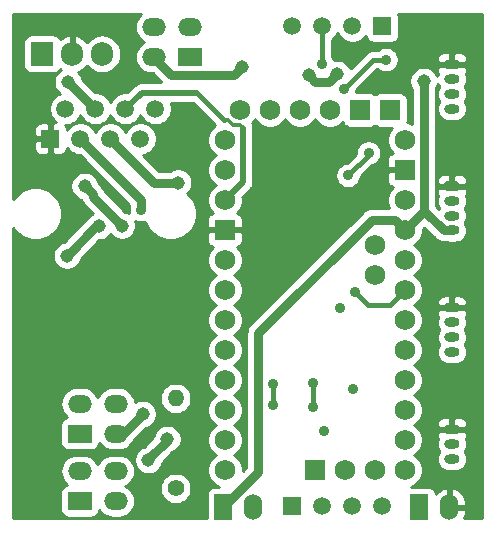
<source format=gbr>
%TF.GenerationSoftware,KiCad,Pcbnew,5.1.9-73d0e3b20d~88~ubuntu20.04.1*%
%TF.CreationDate,2021-04-29T00:31:08+02:00*%
%TF.ProjectId,Node,4e6f6465-2e6b-4696-9361-645f70636258,rev?*%
%TF.SameCoordinates,Original*%
%TF.FileFunction,Copper,L2,Bot*%
%TF.FilePolarity,Positive*%
%FSLAX46Y46*%
G04 Gerber Fmt 4.6, Leading zero omitted, Abs format (unit mm)*
G04 Created by KiCad (PCBNEW 5.1.9-73d0e3b20d~88~ubuntu20.04.1) date 2021-04-29 00:31:08*
%MOMM*%
%LPD*%
G01*
G04 APERTURE LIST*
%TA.AperFunction,ComponentPad*%
%ADD10O,1.400000X1.400000*%
%TD*%
%TA.AperFunction,ComponentPad*%
%ADD11C,1.400000*%
%TD*%
%TA.AperFunction,ComponentPad*%
%ADD12R,1.998980X1.524000*%
%TD*%
%TA.AperFunction,ComponentPad*%
%ADD13O,1.998980X1.524000*%
%TD*%
%TA.AperFunction,ComponentPad*%
%ADD14R,1.500000X1.500000*%
%TD*%
%TA.AperFunction,ComponentPad*%
%ADD15C,1.500000*%
%TD*%
%TA.AperFunction,ComponentPad*%
%ADD16R,1.524000X2.199640*%
%TD*%
%TA.AperFunction,ComponentPad*%
%ADD17O,1.524000X2.199640*%
%TD*%
%TA.AperFunction,ComponentPad*%
%ADD18O,1.300000X0.800000*%
%TD*%
%TA.AperFunction,ComponentPad*%
%ADD19R,1.508000X1.508000*%
%TD*%
%TA.AperFunction,ComponentPad*%
%ADD20C,1.508000*%
%TD*%
%TA.AperFunction,ComponentPad*%
%ADD21R,1.905000X2.000000*%
%TD*%
%TA.AperFunction,ComponentPad*%
%ADD22O,1.905000X2.000000*%
%TD*%
%TA.AperFunction,ComponentPad*%
%ADD23C,1.727200*%
%TD*%
%TA.AperFunction,ComponentPad*%
%ADD24R,1.727200X1.727200*%
%TD*%
%TA.AperFunction,ViaPad*%
%ADD25C,0.889000*%
%TD*%
%TA.AperFunction,ViaPad*%
%ADD26C,1.143000*%
%TD*%
%TA.AperFunction,Conductor*%
%ADD27C,0.762000*%
%TD*%
%TA.AperFunction,Conductor*%
%ADD28C,0.381000*%
%TD*%
%TA.AperFunction,Conductor*%
%ADD29C,0.500000*%
%TD*%
%TA.AperFunction,Conductor*%
%ADD30C,0.300000*%
%TD*%
%TA.AperFunction,Conductor*%
%ADD31C,0.254000*%
%TD*%
%TA.AperFunction,Conductor*%
%ADD32C,0.100000*%
%TD*%
G04 APERTURE END LIST*
D10*
%TO.P,R1,2*%
%TO.N,/1WIRE*%
X107100000Y-117880000D03*
D11*
%TO.P,R1,1*%
%TO.N,/5V*%
X107100000Y-125500000D03*
%TD*%
D12*
%TO.P,J1,1*%
%TO.N,+12V*%
X108318920Y-88970000D03*
D13*
%TO.P,J1,2*%
%TO.N,/5V*%
X105281080Y-88970000D03*
%TO.P,J1,3*%
%TO.N,+12V*%
X108318920Y-86430000D03*
%TO.P,J1,4*%
%TO.N,/12V_IN*%
X105281080Y-86430000D03*
%TD*%
D12*
%TO.P,J2,1*%
%TO.N,/RX_B*%
X98981080Y-126570000D03*
D13*
%TO.P,J2,2*%
%TO.N,Net-(J2-Pad2)*%
X102018920Y-126570000D03*
%TO.P,J2,3*%
%TO.N,/RX_B*%
X98981080Y-124030000D03*
%TO.P,J2,4*%
%TO.N,/TX*%
X102018920Y-124030000D03*
%TD*%
D12*
%TO.P,J3,1*%
%TO.N,/TX_A*%
X98981080Y-120870000D03*
D13*
%TO.P,J3,2*%
%TO.N,/RX*%
X102018920Y-120870000D03*
%TO.P,J3,3*%
%TO.N,/TX_A*%
X98981080Y-118330000D03*
%TO.P,J3,4*%
%TO.N,Net-(J3-Pad4)*%
X102018920Y-118330000D03*
%TD*%
D14*
%TO.P,J4,1*%
%TO.N,GND*%
X96500000Y-95900000D03*
D15*
%TO.P,J4,2*%
%TO.N,+12V*%
X97770000Y-93360000D03*
%TO.P,J4,3*%
%TO.N,/REQ*%
X99040000Y-95900000D03*
%TO.P,J4,4*%
%TO.N,/RES*%
X100310000Y-93360000D03*
%TO.P,J4,5*%
%TO.N,/D2*%
X101580000Y-95900000D03*
%TO.P,J4,6*%
%TO.N,/RST*%
X102850000Y-93360000D03*
%TO.P,J4,7*%
%TO.N,/TX_A*%
X104120000Y-95900000D03*
%TO.P,J4,8*%
%TO.N,/RX_B*%
X105390000Y-93360000D03*
%TD*%
D16*
%TO.P,JP1,1*%
%TO.N,/GND_MAX485*%
X127730000Y-127100000D03*
D17*
%TO.P,JP1,2*%
%TO.N,GND*%
X130270000Y-127100000D03*
%TD*%
%TO.P,JP2,2*%
%TO.N,/5V_MAX485*%
X113670000Y-127100000D03*
D16*
%TO.P,JP2,1*%
%TO.N,/5V*%
X111130000Y-127100000D03*
%TD*%
%TO.P,OUT1,1*%
%TO.N,GND*%
%TA.AperFunction,ComponentPad*%
G36*
G01*
X130050000Y-89200000D02*
X130950000Y-89200000D01*
G75*
G02*
X131150000Y-89400000I0J-200000D01*
G01*
X131150000Y-89800000D01*
G75*
G02*
X130950000Y-90000000I-200000J0D01*
G01*
X130050000Y-90000000D01*
G75*
G02*
X129850000Y-89800000I0J200000D01*
G01*
X129850000Y-89400000D01*
G75*
G02*
X130050000Y-89200000I200000J0D01*
G01*
G37*
%TD.AperFunction*%
D18*
%TO.P,OUT1,2*%
%TO.N,/A3*%
X130500000Y-90850000D03*
%TO.P,OUT1,3*%
%TO.N,/A2*%
X130500000Y-92100000D03*
%TO.P,OUT1,4*%
%TO.N,/5V*%
X130500000Y-93350000D03*
%TD*%
%TO.P,OUT2,4*%
%TO.N,/5V*%
X130500000Y-103650000D03*
%TO.P,OUT2,3*%
%TO.N,/A0*%
X130500000Y-102400000D03*
%TO.P,OUT2,2*%
%TO.N,/A1*%
X130500000Y-101150000D03*
%TO.P,OUT2,1*%
%TO.N,GND*%
%TA.AperFunction,ComponentPad*%
G36*
G01*
X130050000Y-99500000D02*
X130950000Y-99500000D01*
G75*
G02*
X131150000Y-99700000I0J-200000D01*
G01*
X131150000Y-100100000D01*
G75*
G02*
X130950000Y-100300000I-200000J0D01*
G01*
X130050000Y-100300000D01*
G75*
G02*
X129850000Y-100100000I0J200000D01*
G01*
X129850000Y-99700000D01*
G75*
G02*
X130050000Y-99500000I200000J0D01*
G01*
G37*
%TD.AperFunction*%
%TD*%
%TO.P,OUT3,1*%
%TO.N,GND*%
%TA.AperFunction,ComponentPad*%
G36*
G01*
X130050000Y-109800000D02*
X130950000Y-109800000D01*
G75*
G02*
X131150000Y-110000000I0J-200000D01*
G01*
X131150000Y-110400000D01*
G75*
G02*
X130950000Y-110600000I-200000J0D01*
G01*
X130050000Y-110600000D01*
G75*
G02*
X129850000Y-110400000I0J200000D01*
G01*
X129850000Y-110000000D01*
G75*
G02*
X130050000Y-109800000I200000J0D01*
G01*
G37*
%TD.AperFunction*%
%TO.P,OUT3,2*%
%TO.N,/SCL*%
X130500000Y-111450000D03*
%TO.P,OUT3,3*%
%TO.N,/SDA*%
X130500000Y-112700000D03*
%TO.P,OUT3,4*%
%TO.N,/5V*%
X130500000Y-113950000D03*
%TD*%
%TO.P,OUT4,1*%
%TO.N,GND*%
%TA.AperFunction,ComponentPad*%
G36*
G01*
X130050000Y-120100000D02*
X130950000Y-120100000D01*
G75*
G02*
X131150000Y-120300000I0J-200000D01*
G01*
X131150000Y-120700000D01*
G75*
G02*
X130950000Y-120900000I-200000J0D01*
G01*
X130050000Y-120900000D01*
G75*
G02*
X129850000Y-120700000I0J200000D01*
G01*
X129850000Y-120300000D01*
G75*
G02*
X130050000Y-120100000I200000J0D01*
G01*
G37*
%TD.AperFunction*%
%TO.P,OUT4,2*%
%TO.N,/1WIRE*%
X130500000Y-121750000D03*
%TO.P,OUT4,3*%
%TO.N,/5V*%
X130500000Y-123000000D03*
%TD*%
D19*
%TO.P,U1,J1.1*%
%TO.N,/TX*%
X124610000Y-86380000D03*
D20*
%TO.P,U1,J1.2*%
%TO.N,/RS485_DE*%
X122070000Y-86380000D03*
%TO.P,U1,J1.3*%
X119530000Y-86380000D03*
%TO.P,U1,J1.4*%
%TO.N,/RX*%
X116990000Y-86380000D03*
D19*
%TO.P,U1,J2.1*%
%TO.N,/5V_MAX485*%
X116990000Y-127020000D03*
D20*
%TO.P,U1,J2.2*%
%TO.N,Net-(J2-Pad2)*%
X119530000Y-127020000D03*
%TO.P,U1,J2.3*%
%TO.N,Net-(J3-Pad4)*%
X122070000Y-127020000D03*
%TO.P,U1,J2.4*%
%TO.N,/GND_MAX485*%
X124610000Y-127020000D03*
%TD*%
D21*
%TO.P,U2,1*%
%TO.N,/12V_IN*%
X95800000Y-88700000D03*
D22*
%TO.P,U2,2*%
%TO.N,GND*%
X98340000Y-88700000D03*
%TO.P,U2,3*%
%TO.N,/5V*%
X100880000Y-88700000D03*
%TD*%
D23*
%TO.P,XA1,A4*%
%TO.N,/SDA*%
X123980000Y-107430000D03*
%TO.P,XA1,A5*%
%TO.N,/SCL*%
X123980000Y-104890000D03*
D24*
%TO.P,XA1,GND3*%
%TO.N,Net-(XA1-PadGND3)*%
X118900000Y-123940000D03*
D23*
%TO.P,XA1,A6*%
%TO.N,Net-(XA1-PadA6)*%
X121440000Y-123940000D03*
%TO.P,XA1,A7*%
%TO.N,Net-(XA1-PadA7)*%
X123980000Y-123940000D03*
%TO.P,XA1,D10*%
%TO.N,/1WIRE*%
X126520000Y-123940000D03*
%TO.P,XA1,D11*%
%TO.N,Net-(XA1-PadD11)*%
X126520000Y-121400000D03*
%TO.P,XA1,D12*%
%TO.N,Net-(XA1-PadD12)*%
X126520000Y-118860000D03*
%TO.P,XA1,D13*%
%TO.N,Net-(XA1-PadD13)*%
X126520000Y-116320000D03*
%TO.P,XA1,A0*%
%TO.N,/A0*%
X126520000Y-113780000D03*
%TO.P,XA1,A1*%
%TO.N,/A1*%
X126520000Y-111240000D03*
%TO.P,XA1,A2*%
%TO.N,/A2*%
X126520000Y-108700000D03*
%TO.P,XA1,A3*%
%TO.N,/A3*%
X126520000Y-106160000D03*
%TO.P,XA1,Vcc1*%
%TO.N,/5V*%
X126520000Y-103620000D03*
%TO.P,XA1,RST2*%
%TO.N,Net-(XA1-PadRST2)*%
X126520000Y-101080000D03*
D24*
%TO.P,XA1,GND2*%
%TO.N,GND*%
X126520000Y-98540000D03*
D23*
%TO.P,XA1,RAW*%
%TO.N,Net-(XA1-PadRAW)*%
X126520000Y-96000000D03*
D24*
%TO.P,XA1,GND5*%
%TO.N,N/C*%
X125250000Y-93460000D03*
%TO.P,XA1,GND4*%
%TO.N,Net-(XA1-PadGND4)*%
X122710000Y-93460000D03*
D23*
%TO.P,XA1,Vcc2*%
%TO.N,Net-(XA1-PadVcc2)*%
X120170000Y-93460000D03*
%TO.P,XA1,RXI*%
%TO.N,Net-(XA1-PadRXI)*%
X117630000Y-93460000D03*
%TO.P,XA1,TXO*%
%TO.N,Net-(XA1-PadTXO)*%
X115090000Y-93460000D03*
%TO.P,XA1,DTR*%
%TO.N,Net-(XA1-PadDTR)*%
X112550000Y-93460000D03*
%TO.P,XA1,D1*%
%TO.N,/TX*%
X111280000Y-96000000D03*
%TO.P,XA1,D0*%
%TO.N,/RX*%
X111280000Y-98540000D03*
%TO.P,XA1,RST1*%
%TO.N,/RST*%
X111280000Y-101080000D03*
D24*
%TO.P,XA1,GND1*%
%TO.N,GND*%
X111280000Y-103620000D03*
D23*
%TO.P,XA1,D2*%
%TO.N,/D2*%
X111280000Y-106160000D03*
%TO.P,XA1,D3*%
%TO.N,/REQ*%
X111280000Y-108700000D03*
%TO.P,XA1,D4*%
%TO.N,/RES*%
X111280000Y-111240000D03*
%TO.P,XA1,D5*%
%TO.N,Net-(XA1-PadD5)*%
X111280000Y-113780000D03*
%TO.P,XA1,D6*%
%TO.N,Net-(XA1-PadD6)*%
X111280000Y-116320000D03*
%TO.P,XA1,D7*%
%TO.N,Net-(XA1-PadD7)*%
X111280000Y-118860000D03*
%TO.P,XA1,D8*%
%TO.N,/RS485_DE*%
X111280000Y-121400000D03*
%TO.P,XA1,D9*%
%TO.N,Net-(XA1-PadD9)*%
X111280000Y-123940000D03*
%TD*%
D25*
%TO.N,*%
X121000000Y-110200000D03*
X119700000Y-120600000D03*
X122100000Y-117100000D03*
D26*
%TO.N,/5V*%
X112700000Y-89800000D03*
X118357000Y-90500000D03*
X120800000Y-90400000D03*
X128100000Y-91000000D03*
%TO.N,/RX_B*%
X100600000Y-103300000D03*
X97896500Y-105800000D03*
%TO.N,/TX*%
X104800000Y-123100000D03*
X106400000Y-121300000D03*
D25*
X115313001Y-118409101D03*
X115313001Y-116700000D03*
D26*
%TO.N,/RX*%
X104300000Y-119200000D03*
D25*
%TO.N,GND*%
X121000000Y-102100000D03*
X95700000Y-111400000D03*
X95900000Y-118900000D03*
X129400000Y-86200000D03*
X105000000Y-127300000D03*
X96400000Y-125300000D03*
X123800000Y-99300000D03*
X120800000Y-96400000D03*
X130400000Y-97400000D03*
X102700000Y-87700000D03*
X116900000Y-101100000D03*
X108300000Y-112600000D03*
X101400000Y-106400000D03*
X94700000Y-107300000D03*
X108000000Y-104700000D03*
%TO.N,/REQ*%
X104200000Y-101900000D03*
D26*
%TO.N,/RES*%
X98000000Y-91100000D03*
X102542927Y-103242927D03*
X99400000Y-99900000D03*
%TO.N,/D2*%
X107300000Y-99600000D03*
D25*
%TO.N,/A3*%
X124900000Y-89193500D03*
X121337308Y-91689541D03*
%TO.N,/A2*%
X123435000Y-97100000D03*
X121700000Y-99000000D03*
X122300000Y-108900000D03*
%TO.N,/RS485_DE*%
X119500000Y-89606500D03*
X118700000Y-118600000D03*
X118700000Y-116600000D03*
%TD*%
D27*
%TO.N,/5V*%
X112005999Y-90494001D02*
X112700000Y-89800000D01*
X106709829Y-90494001D02*
X112005999Y-90494001D01*
X105530000Y-89314172D02*
X106709829Y-90494001D01*
X105530000Y-88970000D02*
X105530000Y-89314172D01*
X120128501Y-91071499D02*
X120800000Y-90400000D01*
X118928499Y-91071499D02*
X120128501Y-91071499D01*
X118357000Y-90500000D02*
X118928499Y-91071499D01*
X128145601Y-101994399D02*
X126520000Y-103620000D01*
X128145601Y-91045601D02*
X128145601Y-101994399D01*
X128100000Y-91000000D02*
X128145601Y-91045601D01*
X129801202Y-103650000D02*
X130500000Y-103650000D01*
X128145601Y-101994399D02*
X129801202Y-103650000D01*
X114106501Y-124123499D02*
X111130000Y-127100000D01*
X114106501Y-112357609D02*
X114106501Y-124123499D01*
X125656401Y-102756401D02*
X123707709Y-102756401D01*
X123707709Y-102756401D02*
X114106501Y-112357609D01*
X126520000Y-103620000D02*
X125656401Y-102756401D01*
%TO.N,/RX_B*%
X100396500Y-103300000D02*
X97896500Y-105800000D01*
X100600000Y-103300000D02*
X100396500Y-103300000D01*
%TO.N,/TX*%
X104800000Y-123000000D02*
X106428224Y-121371776D01*
X104800000Y-123100000D02*
X104800000Y-123000000D01*
X106428224Y-121328224D02*
X106400000Y-121300000D01*
X106428224Y-121371776D02*
X106428224Y-121328224D01*
D28*
X115313001Y-118409101D02*
X115313001Y-116700000D01*
D27*
%TO.N,/RX*%
X102630000Y-120870000D02*
X104300000Y-119200000D01*
X101770000Y-120870000D02*
X102630000Y-120870000D01*
%TO.N,/REQ*%
X104200000Y-101060000D02*
X104200000Y-101900000D01*
X99040000Y-95900000D02*
X104200000Y-101060000D01*
%TO.N,/RES*%
X100260000Y-93360000D02*
X98000000Y-91100000D01*
X100310000Y-93360000D02*
X100260000Y-93360000D01*
X100100000Y-100800000D02*
X102542927Y-103242927D01*
X100100000Y-100600000D02*
X100100000Y-100800000D01*
X99400000Y-99900000D02*
X100100000Y-100600000D01*
%TO.N,/D2*%
X105280000Y-99600000D02*
X107300000Y-99600000D01*
X101580000Y-95900000D02*
X105280000Y-99600000D01*
D29*
%TO.N,/RST*%
X104231001Y-91978999D02*
X106052881Y-91978999D01*
X102850000Y-93360000D02*
X104231001Y-91978999D01*
X106052881Y-91978999D02*
X108878999Y-91978999D01*
D28*
X108878999Y-91978999D02*
X111200000Y-94300000D01*
D30*
X111943471Y-94723601D02*
X112523601Y-94723601D01*
X111519870Y-94300000D02*
X111943471Y-94723601D01*
X111200000Y-94300000D02*
X111519870Y-94300000D01*
X112523601Y-94723601D02*
X112800000Y-95000000D01*
D29*
X112800000Y-99560000D02*
X111280000Y-101080000D01*
X112800000Y-95000000D02*
X112800000Y-99560000D01*
D28*
%TO.N,/A3*%
X123833349Y-89193500D02*
X121337308Y-91689541D01*
X124900000Y-89193500D02*
X123833349Y-89193500D01*
%TO.N,/A2*%
X123435000Y-97265000D02*
X121700000Y-99000000D01*
X123435000Y-97100000D02*
X123435000Y-97265000D01*
X125220000Y-110000000D02*
X126520000Y-108700000D01*
X123400000Y-110000000D02*
X125220000Y-110000000D01*
X122300000Y-108900000D02*
X123400000Y-110000000D01*
%TO.N,/RS485_DE*%
X119530000Y-89576500D02*
X119500000Y-89606500D01*
X119530000Y-86380000D02*
X119530000Y-89576500D01*
X118700000Y-118600000D02*
X118700000Y-116600000D01*
%TD*%
D31*
%TO.N,GND*%
X104050982Y-85437392D02*
X103876407Y-85650113D01*
X103746686Y-85892805D01*
X103666804Y-86156140D01*
X103639831Y-86430000D01*
X103666804Y-86703860D01*
X103746686Y-86967195D01*
X103876407Y-87209887D01*
X104050982Y-87422608D01*
X104263703Y-87597183D01*
X104456061Y-87700000D01*
X104263703Y-87802817D01*
X104050982Y-87977392D01*
X103876407Y-88190113D01*
X103746686Y-88432805D01*
X103666804Y-88696140D01*
X103639831Y-88970000D01*
X103666804Y-89243860D01*
X103746686Y-89507195D01*
X103876407Y-89749887D01*
X104050982Y-89962608D01*
X104263703Y-90137183D01*
X104506395Y-90266904D01*
X104769730Y-90346786D01*
X104974965Y-90367000D01*
X105145988Y-90367000D01*
X105872986Y-91093999D01*
X104274466Y-91093999D01*
X104231000Y-91089718D01*
X104187534Y-91093999D01*
X104187524Y-91093999D01*
X104057511Y-91106804D01*
X103890688Y-91157410D01*
X103736942Y-91239588D01*
X103727049Y-91247707D01*
X103635954Y-91322467D01*
X103635952Y-91322469D01*
X103602184Y-91350182D01*
X103574471Y-91383950D01*
X102983421Y-91975000D01*
X102713589Y-91975000D01*
X102446011Y-92028225D01*
X102193957Y-92132629D01*
X101967114Y-92284201D01*
X101774201Y-92477114D01*
X101622629Y-92703957D01*
X101580000Y-92806873D01*
X101537371Y-92703957D01*
X101385799Y-92477114D01*
X101192886Y-92284201D01*
X100966043Y-92132629D01*
X100713989Y-92028225D01*
X100446411Y-91975000D01*
X100311841Y-91975000D01*
X99178812Y-90841972D01*
X99160135Y-90748077D01*
X99069187Y-90528508D01*
X98937150Y-90330901D01*
X98851671Y-90245422D01*
X98931094Y-90219571D01*
X99206923Y-90075969D01*
X99449437Y-89881315D01*
X99604837Y-89696101D01*
X99752037Y-89875463D01*
X99993766Y-90073845D01*
X100269552Y-90221255D01*
X100568797Y-90312030D01*
X100880000Y-90342681D01*
X101191204Y-90312030D01*
X101490449Y-90221255D01*
X101766235Y-90073845D01*
X102007963Y-89875463D01*
X102206345Y-89633734D01*
X102353755Y-89357948D01*
X102444530Y-89058703D01*
X102467500Y-88825485D01*
X102467500Y-88574514D01*
X102444530Y-88341296D01*
X102353755Y-88042051D01*
X102206345Y-87766265D01*
X102007963Y-87524537D01*
X101766234Y-87326155D01*
X101490448Y-87178745D01*
X101191203Y-87087970D01*
X100880000Y-87057319D01*
X100568796Y-87087970D01*
X100269551Y-87178745D01*
X99993765Y-87326155D01*
X99752037Y-87524537D01*
X99604838Y-87703900D01*
X99449437Y-87518685D01*
X99206923Y-87324031D01*
X98931094Y-87180429D01*
X98712980Y-87109437D01*
X98467000Y-87229406D01*
X98467000Y-88573000D01*
X98487000Y-88573000D01*
X98487000Y-88827000D01*
X98467000Y-88827000D01*
X98467000Y-88847000D01*
X98213000Y-88847000D01*
X98213000Y-88827000D01*
X98193000Y-88827000D01*
X98193000Y-88573000D01*
X98213000Y-88573000D01*
X98213000Y-87229406D01*
X97967020Y-87109437D01*
X97748906Y-87180429D01*
X97473077Y-87324031D01*
X97332059Y-87437219D01*
X97283037Y-87345506D01*
X97203685Y-87248815D01*
X97106994Y-87169463D01*
X96996680Y-87110498D01*
X96876982Y-87074188D01*
X96752500Y-87061928D01*
X94847500Y-87061928D01*
X94723018Y-87074188D01*
X94603320Y-87110498D01*
X94493006Y-87169463D01*
X94396315Y-87248815D01*
X94316963Y-87345506D01*
X94257998Y-87455820D01*
X94221688Y-87575518D01*
X94209428Y-87700000D01*
X94209428Y-89700000D01*
X94221688Y-89824482D01*
X94257998Y-89944180D01*
X94316963Y-90054494D01*
X94396315Y-90151185D01*
X94493006Y-90230537D01*
X94603320Y-90289502D01*
X94723018Y-90325812D01*
X94847500Y-90338072D01*
X96752500Y-90338072D01*
X96876982Y-90325812D01*
X96996680Y-90289502D01*
X97106994Y-90230537D01*
X97203685Y-90151185D01*
X97283037Y-90054494D01*
X97332059Y-89962781D01*
X97422129Y-90035075D01*
X97230901Y-90162850D01*
X97062850Y-90330901D01*
X96930813Y-90528508D01*
X96839865Y-90748077D01*
X96793500Y-90981170D01*
X96793500Y-91218830D01*
X96839865Y-91451923D01*
X96930813Y-91671492D01*
X97062850Y-91869099D01*
X97230901Y-92037150D01*
X97274360Y-92066188D01*
X97113957Y-92132629D01*
X96887114Y-92284201D01*
X96694201Y-92477114D01*
X96542629Y-92703957D01*
X96438225Y-92956011D01*
X96385000Y-93223589D01*
X96385000Y-93496411D01*
X96438225Y-93763989D01*
X96542629Y-94016043D01*
X96694201Y-94242886D01*
X96887114Y-94435799D01*
X97003490Y-94513559D01*
X96785750Y-94515000D01*
X96627000Y-94673750D01*
X96627000Y-95773000D01*
X96647000Y-95773000D01*
X96647000Y-96027000D01*
X96627000Y-96027000D01*
X96627000Y-97126250D01*
X96785750Y-97285000D01*
X97250000Y-97288072D01*
X97374482Y-97275812D01*
X97494180Y-97239502D01*
X97604494Y-97180537D01*
X97701185Y-97101185D01*
X97780537Y-97004494D01*
X97839502Y-96894180D01*
X97875812Y-96774482D01*
X97886445Y-96666517D01*
X97964201Y-96782886D01*
X98157114Y-96975799D01*
X98383957Y-97127371D01*
X98636011Y-97231775D01*
X98903589Y-97285000D01*
X98988160Y-97285000D01*
X103184000Y-101480841D01*
X103184000Y-101531973D01*
X103161985Y-101585122D01*
X103120500Y-101793679D01*
X103120500Y-102006321D01*
X103159839Y-102204089D01*
X103114419Y-102173740D01*
X102894850Y-102082792D01*
X102800956Y-102064115D01*
X101085461Y-100348621D01*
X101043202Y-100209313D01*
X100948860Y-100032810D01*
X100821896Y-99878104D01*
X100783133Y-99846292D01*
X100578812Y-99641971D01*
X100560135Y-99548077D01*
X100469187Y-99328508D01*
X100337150Y-99130901D01*
X100169099Y-98962850D01*
X99971492Y-98830813D01*
X99751923Y-98739865D01*
X99518830Y-98693500D01*
X99281170Y-98693500D01*
X99048077Y-98739865D01*
X98828508Y-98830813D01*
X98630901Y-98962850D01*
X98462850Y-99130901D01*
X98330813Y-99328508D01*
X98239865Y-99548077D01*
X98193500Y-99781170D01*
X98193500Y-100018830D01*
X98239865Y-100251923D01*
X98330813Y-100471492D01*
X98462850Y-100669099D01*
X98630901Y-100837150D01*
X98828508Y-100969187D01*
X99048077Y-101060135D01*
X99121634Y-101074766D01*
X99156798Y-101190687D01*
X99251140Y-101367190D01*
X99378104Y-101521896D01*
X99416871Y-101553711D01*
X100074799Y-102211639D01*
X100028508Y-102230813D01*
X99830901Y-102362850D01*
X99662850Y-102530901D01*
X99530813Y-102728508D01*
X99530574Y-102729085D01*
X97638472Y-104621188D01*
X97544577Y-104639865D01*
X97325008Y-104730813D01*
X97127401Y-104862850D01*
X96959350Y-105030901D01*
X96827313Y-105228508D01*
X96736365Y-105448077D01*
X96690000Y-105681170D01*
X96690000Y-105918830D01*
X96736365Y-106151923D01*
X96827313Y-106371492D01*
X96959350Y-106569099D01*
X97127401Y-106737150D01*
X97325008Y-106869187D01*
X97544577Y-106960135D01*
X97777670Y-107006500D01*
X98015330Y-107006500D01*
X98248423Y-106960135D01*
X98467992Y-106869187D01*
X98665599Y-106737150D01*
X98833650Y-106569099D01*
X98965687Y-106371492D01*
X99056635Y-106151923D01*
X99075312Y-106058028D01*
X100626841Y-104506500D01*
X100718830Y-104506500D01*
X100951923Y-104460135D01*
X101171492Y-104369187D01*
X101369099Y-104237150D01*
X101537150Y-104069099D01*
X101590531Y-103989209D01*
X101605777Y-104012026D01*
X101773828Y-104180077D01*
X101971435Y-104312114D01*
X102191004Y-104403062D01*
X102424097Y-104449427D01*
X102661757Y-104449427D01*
X102894850Y-104403062D01*
X103114419Y-104312114D01*
X103312026Y-104180077D01*
X103480077Y-104012026D01*
X103612114Y-103814419D01*
X103703062Y-103594850D01*
X103749427Y-103361757D01*
X103749427Y-103124097D01*
X103703062Y-102891004D01*
X103688862Y-102856722D01*
X103885122Y-102938015D01*
X104093679Y-102979500D01*
X104306321Y-102979500D01*
X104514878Y-102938015D01*
X104524234Y-102934140D01*
X104679369Y-103308669D01*
X104923962Y-103674729D01*
X105235271Y-103986038D01*
X105601331Y-104230631D01*
X106008075Y-104399110D01*
X106439872Y-104485000D01*
X106880128Y-104485000D01*
X107311925Y-104399110D01*
X107718669Y-104230631D01*
X108084729Y-103986038D01*
X108396038Y-103674729D01*
X108640631Y-103308669D01*
X108809110Y-102901925D01*
X108895000Y-102470128D01*
X108895000Y-102029872D01*
X108809110Y-101598075D01*
X108640631Y-101191331D01*
X108396038Y-100825271D01*
X108088508Y-100517741D01*
X108237150Y-100369099D01*
X108369187Y-100171492D01*
X108460135Y-99951923D01*
X108506500Y-99718830D01*
X108506500Y-99481170D01*
X108460135Y-99248077D01*
X108369187Y-99028508D01*
X108237150Y-98830901D01*
X108069099Y-98662850D01*
X107871492Y-98530813D01*
X107651923Y-98439865D01*
X107418830Y-98393500D01*
X107181170Y-98393500D01*
X106948077Y-98439865D01*
X106728508Y-98530813D01*
X106648908Y-98584000D01*
X105700841Y-98584000D01*
X104377712Y-97260872D01*
X104523989Y-97231775D01*
X104776043Y-97127371D01*
X105002886Y-96975799D01*
X105195799Y-96782886D01*
X105347371Y-96556043D01*
X105451775Y-96303989D01*
X105505000Y-96036411D01*
X105505000Y-95763589D01*
X105451775Y-95496011D01*
X105347371Y-95243957D01*
X105195799Y-95017114D01*
X105002886Y-94824201D01*
X104776043Y-94672629D01*
X104523989Y-94568225D01*
X104256411Y-94515000D01*
X103983589Y-94515000D01*
X103716011Y-94568225D01*
X103463957Y-94672629D01*
X103237114Y-94824201D01*
X103044201Y-95017114D01*
X102892629Y-95243957D01*
X102850000Y-95346873D01*
X102807371Y-95243957D01*
X102655799Y-95017114D01*
X102462886Y-94824201D01*
X102236043Y-94672629D01*
X101983989Y-94568225D01*
X101716411Y-94515000D01*
X101443589Y-94515000D01*
X101176011Y-94568225D01*
X100923957Y-94672629D01*
X100697114Y-94824201D01*
X100504201Y-95017114D01*
X100352629Y-95243957D01*
X100310000Y-95346873D01*
X100267371Y-95243957D01*
X100115799Y-95017114D01*
X99922886Y-94824201D01*
X99696043Y-94672629D01*
X99443989Y-94568225D01*
X99176411Y-94515000D01*
X98903589Y-94515000D01*
X98636011Y-94568225D01*
X98383957Y-94672629D01*
X98157114Y-94824201D01*
X97964201Y-95017114D01*
X97886445Y-95133483D01*
X97875812Y-95025518D01*
X97839502Y-94905820D01*
X97780537Y-94795506D01*
X97739088Y-94745000D01*
X97906411Y-94745000D01*
X98173989Y-94691775D01*
X98426043Y-94587371D01*
X98652886Y-94435799D01*
X98845799Y-94242886D01*
X98997371Y-94016043D01*
X99040000Y-93913127D01*
X99082629Y-94016043D01*
X99234201Y-94242886D01*
X99427114Y-94435799D01*
X99653957Y-94587371D01*
X99906011Y-94691775D01*
X100173589Y-94745000D01*
X100446411Y-94745000D01*
X100713989Y-94691775D01*
X100966043Y-94587371D01*
X101192886Y-94435799D01*
X101385799Y-94242886D01*
X101537371Y-94016043D01*
X101580000Y-93913127D01*
X101622629Y-94016043D01*
X101774201Y-94242886D01*
X101967114Y-94435799D01*
X102193957Y-94587371D01*
X102446011Y-94691775D01*
X102713589Y-94745000D01*
X102986411Y-94745000D01*
X103253989Y-94691775D01*
X103506043Y-94587371D01*
X103732886Y-94435799D01*
X103925799Y-94242886D01*
X104077371Y-94016043D01*
X104120000Y-93913127D01*
X104162629Y-94016043D01*
X104314201Y-94242886D01*
X104507114Y-94435799D01*
X104733957Y-94587371D01*
X104986011Y-94691775D01*
X105253589Y-94745000D01*
X105526411Y-94745000D01*
X105793989Y-94691775D01*
X106046043Y-94587371D01*
X106272886Y-94435799D01*
X106465799Y-94242886D01*
X106617371Y-94016043D01*
X106721775Y-93763989D01*
X106775000Y-93496411D01*
X106775000Y-93223589D01*
X106721775Y-92956011D01*
X106683662Y-92863999D01*
X108596567Y-92863999D01*
X110470864Y-94738297D01*
X110324698Y-94835961D01*
X110115961Y-95044698D01*
X109951958Y-95290147D01*
X109838990Y-95562875D01*
X109781400Y-95852401D01*
X109781400Y-96147599D01*
X109838990Y-96437125D01*
X109951958Y-96709853D01*
X110115961Y-96955302D01*
X110324698Y-97164039D01*
X110483281Y-97270000D01*
X110324698Y-97375961D01*
X110115961Y-97584698D01*
X109951958Y-97830147D01*
X109838990Y-98102875D01*
X109781400Y-98392401D01*
X109781400Y-98687599D01*
X109838990Y-98977125D01*
X109951958Y-99249853D01*
X110115961Y-99495302D01*
X110324698Y-99704039D01*
X110483281Y-99810000D01*
X110324698Y-99915961D01*
X110115961Y-100124698D01*
X109951958Y-100370147D01*
X109838990Y-100642875D01*
X109781400Y-100932401D01*
X109781400Y-101227599D01*
X109838990Y-101517125D01*
X109951958Y-101789853D01*
X110115961Y-102035302D01*
X110230023Y-102149364D01*
X110172220Y-102166898D01*
X110061906Y-102225863D01*
X109965215Y-102305215D01*
X109885863Y-102401906D01*
X109826898Y-102512220D01*
X109790588Y-102631918D01*
X109778328Y-102756400D01*
X109781400Y-103334250D01*
X109940150Y-103493000D01*
X111153000Y-103493000D01*
X111153000Y-103473000D01*
X111407000Y-103473000D01*
X111407000Y-103493000D01*
X112619850Y-103493000D01*
X112778600Y-103334250D01*
X112781672Y-102756400D01*
X112769412Y-102631918D01*
X112733102Y-102512220D01*
X112674137Y-102401906D01*
X112594785Y-102305215D01*
X112498094Y-102225863D01*
X112387780Y-102166898D01*
X112329977Y-102149364D01*
X112444039Y-102035302D01*
X112608042Y-101789853D01*
X112721010Y-101517125D01*
X112778600Y-101227599D01*
X112778600Y-100932401D01*
X112762105Y-100849474D01*
X113395049Y-100216530D01*
X113428817Y-100188817D01*
X113500978Y-100100890D01*
X113539411Y-100054059D01*
X113621589Y-99900314D01*
X113672195Y-99733490D01*
X113673639Y-99718830D01*
X113685000Y-99603477D01*
X113685000Y-99603469D01*
X113689281Y-99560000D01*
X113685000Y-99516531D01*
X113685000Y-98893679D01*
X120620500Y-98893679D01*
X120620500Y-99106321D01*
X120661985Y-99314878D01*
X120743360Y-99511335D01*
X120861498Y-99688141D01*
X121011859Y-99838502D01*
X121188665Y-99956640D01*
X121385122Y-100038015D01*
X121593679Y-100079500D01*
X121806321Y-100079500D01*
X122014878Y-100038015D01*
X122211335Y-99956640D01*
X122388141Y-99838502D01*
X122538502Y-99688141D01*
X122656640Y-99511335D01*
X122738015Y-99314878D01*
X122779500Y-99106321D01*
X122779500Y-99087933D01*
X123724338Y-98143095D01*
X123749878Y-98138015D01*
X123946335Y-98056640D01*
X124123141Y-97938502D01*
X124273502Y-97788141D01*
X124391640Y-97611335D01*
X124473015Y-97414878D01*
X124514500Y-97206321D01*
X124514500Y-96993679D01*
X124473015Y-96785122D01*
X124391640Y-96588665D01*
X124273502Y-96411859D01*
X124123141Y-96261498D01*
X123946335Y-96143360D01*
X123749878Y-96061985D01*
X123541321Y-96020500D01*
X123328679Y-96020500D01*
X123120122Y-96061985D01*
X122923665Y-96143360D01*
X122746859Y-96261498D01*
X122596498Y-96411859D01*
X122478360Y-96588665D01*
X122396985Y-96785122D01*
X122355500Y-96993679D01*
X122355500Y-97177067D01*
X121612067Y-97920500D01*
X121593679Y-97920500D01*
X121385122Y-97961985D01*
X121188665Y-98043360D01*
X121011859Y-98161498D01*
X120861498Y-98311859D01*
X120743360Y-98488665D01*
X120661985Y-98685122D01*
X120620500Y-98893679D01*
X113685000Y-98893679D01*
X113685000Y-94956523D01*
X113672195Y-94826510D01*
X113621589Y-94659687D01*
X113568666Y-94560675D01*
X113714039Y-94415302D01*
X113820000Y-94256719D01*
X113925961Y-94415302D01*
X114134698Y-94624039D01*
X114380147Y-94788042D01*
X114652875Y-94901010D01*
X114942401Y-94958600D01*
X115237599Y-94958600D01*
X115527125Y-94901010D01*
X115799853Y-94788042D01*
X116045302Y-94624039D01*
X116254039Y-94415302D01*
X116360000Y-94256719D01*
X116465961Y-94415302D01*
X116674698Y-94624039D01*
X116920147Y-94788042D01*
X117192875Y-94901010D01*
X117482401Y-94958600D01*
X117777599Y-94958600D01*
X118067125Y-94901010D01*
X118339853Y-94788042D01*
X118585302Y-94624039D01*
X118794039Y-94415302D01*
X118900000Y-94256719D01*
X119005961Y-94415302D01*
X119214698Y-94624039D01*
X119460147Y-94788042D01*
X119732875Y-94901010D01*
X120022401Y-94958600D01*
X120317599Y-94958600D01*
X120607125Y-94901010D01*
X120879853Y-94788042D01*
X121125302Y-94624039D01*
X121239364Y-94509977D01*
X121256898Y-94567780D01*
X121315863Y-94678094D01*
X121395215Y-94774785D01*
X121491906Y-94854137D01*
X121602220Y-94913102D01*
X121721918Y-94949412D01*
X121846400Y-94961672D01*
X123573600Y-94961672D01*
X123698082Y-94949412D01*
X123817780Y-94913102D01*
X123928094Y-94854137D01*
X123980000Y-94811539D01*
X124031906Y-94854137D01*
X124142220Y-94913102D01*
X124261918Y-94949412D01*
X124386400Y-94961672D01*
X125438987Y-94961672D01*
X125355961Y-95044698D01*
X125191958Y-95290147D01*
X125078990Y-95562875D01*
X125021400Y-95852401D01*
X125021400Y-96147599D01*
X125078990Y-96437125D01*
X125191958Y-96709853D01*
X125355961Y-96955302D01*
X125470023Y-97069364D01*
X125412220Y-97086898D01*
X125301906Y-97145863D01*
X125205215Y-97225215D01*
X125125863Y-97321906D01*
X125066898Y-97432220D01*
X125030588Y-97551918D01*
X125018328Y-97676400D01*
X125021400Y-98254250D01*
X125180150Y-98413000D01*
X126393000Y-98413000D01*
X126393000Y-98393000D01*
X126647000Y-98393000D01*
X126647000Y-98413000D01*
X126667000Y-98413000D01*
X126667000Y-98667000D01*
X126647000Y-98667000D01*
X126647000Y-98687000D01*
X126393000Y-98687000D01*
X126393000Y-98667000D01*
X125180150Y-98667000D01*
X125021400Y-98825750D01*
X125018328Y-99403600D01*
X125030588Y-99528082D01*
X125066898Y-99647780D01*
X125125863Y-99758094D01*
X125205215Y-99854785D01*
X125301906Y-99934137D01*
X125412220Y-99993102D01*
X125470023Y-100010636D01*
X125355961Y-100124698D01*
X125191958Y-100370147D01*
X125078990Y-100642875D01*
X125021400Y-100932401D01*
X125021400Y-101227599D01*
X125078990Y-101517125D01*
X125171474Y-101740401D01*
X123757611Y-101740401D01*
X123707709Y-101735486D01*
X123657807Y-101740401D01*
X123508538Y-101755103D01*
X123317022Y-101813199D01*
X123140519Y-101907541D01*
X122985813Y-102034505D01*
X122954001Y-102073268D01*
X113423373Y-111603897D01*
X113384605Y-111635713D01*
X113257641Y-111790419D01*
X113163299Y-111966923D01*
X113144833Y-112027797D01*
X113105203Y-112158439D01*
X113085586Y-112357609D01*
X113090501Y-112407511D01*
X113090502Y-123702657D01*
X112778600Y-124014559D01*
X112778600Y-123792401D01*
X112721010Y-123502875D01*
X112608042Y-123230147D01*
X112444039Y-122984698D01*
X112235302Y-122775961D01*
X112076719Y-122670000D01*
X112235302Y-122564039D01*
X112444039Y-122355302D01*
X112608042Y-122109853D01*
X112721010Y-121837125D01*
X112778600Y-121547599D01*
X112778600Y-121252401D01*
X112721010Y-120962875D01*
X112608042Y-120690147D01*
X112444039Y-120444698D01*
X112235302Y-120235961D01*
X112076719Y-120130000D01*
X112235302Y-120024039D01*
X112444039Y-119815302D01*
X112608042Y-119569853D01*
X112721010Y-119297125D01*
X112778600Y-119007599D01*
X112778600Y-118712401D01*
X112721010Y-118422875D01*
X112608042Y-118150147D01*
X112444039Y-117904698D01*
X112235302Y-117695961D01*
X112076719Y-117590000D01*
X112235302Y-117484039D01*
X112444039Y-117275302D01*
X112608042Y-117029853D01*
X112721010Y-116757125D01*
X112778600Y-116467599D01*
X112778600Y-116172401D01*
X112721010Y-115882875D01*
X112608042Y-115610147D01*
X112444039Y-115364698D01*
X112235302Y-115155961D01*
X112076719Y-115050000D01*
X112235302Y-114944039D01*
X112444039Y-114735302D01*
X112608042Y-114489853D01*
X112721010Y-114217125D01*
X112778600Y-113927599D01*
X112778600Y-113632401D01*
X112721010Y-113342875D01*
X112608042Y-113070147D01*
X112444039Y-112824698D01*
X112235302Y-112615961D01*
X112076719Y-112510000D01*
X112235302Y-112404039D01*
X112444039Y-112195302D01*
X112608042Y-111949853D01*
X112721010Y-111677125D01*
X112778600Y-111387599D01*
X112778600Y-111092401D01*
X112721010Y-110802875D01*
X112608042Y-110530147D01*
X112444039Y-110284698D01*
X112235302Y-110075961D01*
X112076719Y-109970000D01*
X112235302Y-109864039D01*
X112444039Y-109655302D01*
X112608042Y-109409853D01*
X112721010Y-109137125D01*
X112778600Y-108847599D01*
X112778600Y-108552401D01*
X112721010Y-108262875D01*
X112608042Y-107990147D01*
X112444039Y-107744698D01*
X112235302Y-107535961D01*
X112076719Y-107430000D01*
X112235302Y-107324039D01*
X112444039Y-107115302D01*
X112608042Y-106869853D01*
X112721010Y-106597125D01*
X112778600Y-106307599D01*
X112778600Y-106012401D01*
X112721010Y-105722875D01*
X112608042Y-105450147D01*
X112444039Y-105204698D01*
X112329977Y-105090636D01*
X112387780Y-105073102D01*
X112498094Y-105014137D01*
X112594785Y-104934785D01*
X112674137Y-104838094D01*
X112733102Y-104727780D01*
X112769412Y-104608082D01*
X112781672Y-104483600D01*
X112778600Y-103905750D01*
X112619850Y-103747000D01*
X111407000Y-103747000D01*
X111407000Y-103767000D01*
X111153000Y-103767000D01*
X111153000Y-103747000D01*
X109940150Y-103747000D01*
X109781400Y-103905750D01*
X109778328Y-104483600D01*
X109790588Y-104608082D01*
X109826898Y-104727780D01*
X109885863Y-104838094D01*
X109965215Y-104934785D01*
X110061906Y-105014137D01*
X110172220Y-105073102D01*
X110230023Y-105090636D01*
X110115961Y-105204698D01*
X109951958Y-105450147D01*
X109838990Y-105722875D01*
X109781400Y-106012401D01*
X109781400Y-106307599D01*
X109838990Y-106597125D01*
X109951958Y-106869853D01*
X110115961Y-107115302D01*
X110324698Y-107324039D01*
X110483281Y-107430000D01*
X110324698Y-107535961D01*
X110115961Y-107744698D01*
X109951958Y-107990147D01*
X109838990Y-108262875D01*
X109781400Y-108552401D01*
X109781400Y-108847599D01*
X109838990Y-109137125D01*
X109951958Y-109409853D01*
X110115961Y-109655302D01*
X110324698Y-109864039D01*
X110483281Y-109970000D01*
X110324698Y-110075961D01*
X110115961Y-110284698D01*
X109951958Y-110530147D01*
X109838990Y-110802875D01*
X109781400Y-111092401D01*
X109781400Y-111387599D01*
X109838990Y-111677125D01*
X109951958Y-111949853D01*
X110115961Y-112195302D01*
X110324698Y-112404039D01*
X110483281Y-112510000D01*
X110324698Y-112615961D01*
X110115961Y-112824698D01*
X109951958Y-113070147D01*
X109838990Y-113342875D01*
X109781400Y-113632401D01*
X109781400Y-113927599D01*
X109838990Y-114217125D01*
X109951958Y-114489853D01*
X110115961Y-114735302D01*
X110324698Y-114944039D01*
X110483281Y-115050000D01*
X110324698Y-115155961D01*
X110115961Y-115364698D01*
X109951958Y-115610147D01*
X109838990Y-115882875D01*
X109781400Y-116172401D01*
X109781400Y-116467599D01*
X109838990Y-116757125D01*
X109951958Y-117029853D01*
X110115961Y-117275302D01*
X110324698Y-117484039D01*
X110483281Y-117590000D01*
X110324698Y-117695961D01*
X110115961Y-117904698D01*
X109951958Y-118150147D01*
X109838990Y-118422875D01*
X109781400Y-118712401D01*
X109781400Y-119007599D01*
X109838990Y-119297125D01*
X109951958Y-119569853D01*
X110115961Y-119815302D01*
X110324698Y-120024039D01*
X110483281Y-120130000D01*
X110324698Y-120235961D01*
X110115961Y-120444698D01*
X109951958Y-120690147D01*
X109838990Y-120962875D01*
X109781400Y-121252401D01*
X109781400Y-121547599D01*
X109838990Y-121837125D01*
X109951958Y-122109853D01*
X110115961Y-122355302D01*
X110324698Y-122564039D01*
X110483281Y-122670000D01*
X110324698Y-122775961D01*
X110115961Y-122984698D01*
X109951958Y-123230147D01*
X109838990Y-123502875D01*
X109781400Y-123792401D01*
X109781400Y-124087599D01*
X109838990Y-124377125D01*
X109951958Y-124649853D01*
X110115961Y-124895302D01*
X110324698Y-125104039D01*
X110570147Y-125268042D01*
X110797242Y-125362108D01*
X110368000Y-125362108D01*
X110243518Y-125374368D01*
X110123820Y-125410678D01*
X110013506Y-125469643D01*
X109916815Y-125548995D01*
X109837463Y-125645686D01*
X109778498Y-125756000D01*
X109742188Y-125875698D01*
X109729928Y-126000180D01*
X109729928Y-128040000D01*
X93360000Y-128040000D01*
X93360000Y-124030000D01*
X97339831Y-124030000D01*
X97366804Y-124303860D01*
X97446686Y-124567195D01*
X97576407Y-124809887D01*
X97750982Y-125022608D01*
X97935968Y-125174421D01*
X97857108Y-125182188D01*
X97737410Y-125218498D01*
X97627096Y-125277463D01*
X97530405Y-125356815D01*
X97451053Y-125453506D01*
X97392088Y-125563820D01*
X97355778Y-125683518D01*
X97343518Y-125808000D01*
X97343518Y-127332000D01*
X97355778Y-127456482D01*
X97392088Y-127576180D01*
X97451053Y-127686494D01*
X97530405Y-127783185D01*
X97627096Y-127862537D01*
X97737410Y-127921502D01*
X97857108Y-127957812D01*
X97981590Y-127970072D01*
X99980570Y-127970072D01*
X100105052Y-127957812D01*
X100224750Y-127921502D01*
X100335064Y-127862537D01*
X100431755Y-127783185D01*
X100511107Y-127686494D01*
X100570072Y-127576180D01*
X100606382Y-127456482D01*
X100616598Y-127352752D01*
X100788822Y-127562608D01*
X101001543Y-127737183D01*
X101244235Y-127866904D01*
X101507570Y-127946786D01*
X101712805Y-127967000D01*
X102325035Y-127967000D01*
X102530270Y-127946786D01*
X102793605Y-127866904D01*
X103036297Y-127737183D01*
X103249018Y-127562608D01*
X103423593Y-127349887D01*
X103553314Y-127107195D01*
X103633196Y-126843860D01*
X103660169Y-126570000D01*
X103633196Y-126296140D01*
X103553314Y-126032805D01*
X103423593Y-125790113D01*
X103249018Y-125577392D01*
X103036297Y-125402817D01*
X102972121Y-125368514D01*
X105765000Y-125368514D01*
X105765000Y-125631486D01*
X105816304Y-125889405D01*
X105916939Y-126132359D01*
X106063038Y-126351013D01*
X106248987Y-126536962D01*
X106467641Y-126683061D01*
X106710595Y-126783696D01*
X106968514Y-126835000D01*
X107231486Y-126835000D01*
X107489405Y-126783696D01*
X107732359Y-126683061D01*
X107951013Y-126536962D01*
X108136962Y-126351013D01*
X108283061Y-126132359D01*
X108383696Y-125889405D01*
X108435000Y-125631486D01*
X108435000Y-125368514D01*
X108383696Y-125110595D01*
X108283061Y-124867641D01*
X108136962Y-124648987D01*
X107951013Y-124463038D01*
X107732359Y-124316939D01*
X107489405Y-124216304D01*
X107231486Y-124165000D01*
X106968514Y-124165000D01*
X106710595Y-124216304D01*
X106467641Y-124316939D01*
X106248987Y-124463038D01*
X106063038Y-124648987D01*
X105916939Y-124867641D01*
X105816304Y-125110595D01*
X105765000Y-125368514D01*
X102972121Y-125368514D01*
X102843939Y-125300000D01*
X103036297Y-125197183D01*
X103249018Y-125022608D01*
X103423593Y-124809887D01*
X103553314Y-124567195D01*
X103633196Y-124303860D01*
X103660169Y-124030000D01*
X103633196Y-123756140D01*
X103553314Y-123492805D01*
X103423593Y-123250113D01*
X103249018Y-123037392D01*
X103180512Y-122981170D01*
X103593500Y-122981170D01*
X103593500Y-123218830D01*
X103639865Y-123451923D01*
X103730813Y-123671492D01*
X103862850Y-123869099D01*
X104030901Y-124037150D01*
X104228508Y-124169187D01*
X104448077Y-124260135D01*
X104681170Y-124306500D01*
X104918830Y-124306500D01*
X105151923Y-124260135D01*
X105371492Y-124169187D01*
X105569099Y-124037150D01*
X105737150Y-123869099D01*
X105869187Y-123671492D01*
X105960135Y-123451923D01*
X106003642Y-123233198D01*
X106794230Y-122442611D01*
X106971492Y-122369187D01*
X107169099Y-122237150D01*
X107337150Y-122069099D01*
X107469187Y-121871492D01*
X107560135Y-121651923D01*
X107606500Y-121418830D01*
X107606500Y-121181170D01*
X107560135Y-120948077D01*
X107469187Y-120728508D01*
X107337150Y-120530901D01*
X107169099Y-120362850D01*
X106971492Y-120230813D01*
X106751923Y-120139865D01*
X106518830Y-120093500D01*
X106281170Y-120093500D01*
X106048077Y-120139865D01*
X105828508Y-120230813D01*
X105630901Y-120362850D01*
X105462850Y-120530901D01*
X105330813Y-120728508D01*
X105239865Y-120948077D01*
X105196358Y-121166801D01*
X104405771Y-121957389D01*
X104228508Y-122030813D01*
X104030901Y-122162850D01*
X103862850Y-122330901D01*
X103730813Y-122528508D01*
X103639865Y-122748077D01*
X103593500Y-122981170D01*
X103180512Y-122981170D01*
X103036297Y-122862817D01*
X102793605Y-122733096D01*
X102530270Y-122653214D01*
X102325035Y-122633000D01*
X101712805Y-122633000D01*
X101507570Y-122653214D01*
X101244235Y-122733096D01*
X101001543Y-122862817D01*
X100788822Y-123037392D01*
X100614247Y-123250113D01*
X100500000Y-123463855D01*
X100385753Y-123250113D01*
X100211178Y-123037392D01*
X99998457Y-122862817D01*
X99755765Y-122733096D01*
X99492430Y-122653214D01*
X99287195Y-122633000D01*
X98674965Y-122633000D01*
X98469730Y-122653214D01*
X98206395Y-122733096D01*
X97963703Y-122862817D01*
X97750982Y-123037392D01*
X97576407Y-123250113D01*
X97446686Y-123492805D01*
X97366804Y-123756140D01*
X97339831Y-124030000D01*
X93360000Y-124030000D01*
X93360000Y-118330000D01*
X97339831Y-118330000D01*
X97366804Y-118603860D01*
X97446686Y-118867195D01*
X97576407Y-119109887D01*
X97750982Y-119322608D01*
X97935968Y-119474421D01*
X97857108Y-119482188D01*
X97737410Y-119518498D01*
X97627096Y-119577463D01*
X97530405Y-119656815D01*
X97451053Y-119753506D01*
X97392088Y-119863820D01*
X97355778Y-119983518D01*
X97343518Y-120108000D01*
X97343518Y-121632000D01*
X97355778Y-121756482D01*
X97392088Y-121876180D01*
X97451053Y-121986494D01*
X97530405Y-122083185D01*
X97627096Y-122162537D01*
X97737410Y-122221502D01*
X97857108Y-122257812D01*
X97981590Y-122270072D01*
X99980570Y-122270072D01*
X100105052Y-122257812D01*
X100224750Y-122221502D01*
X100335064Y-122162537D01*
X100431755Y-122083185D01*
X100511107Y-121986494D01*
X100570072Y-121876180D01*
X100606382Y-121756482D01*
X100616598Y-121652752D01*
X100788822Y-121862608D01*
X101001543Y-122037183D01*
X101244235Y-122166904D01*
X101507570Y-122246786D01*
X101712805Y-122267000D01*
X102325035Y-122267000D01*
X102530270Y-122246786D01*
X102793605Y-122166904D01*
X103036297Y-122037183D01*
X103249018Y-121862608D01*
X103423593Y-121649887D01*
X103553314Y-121407195D01*
X103563620Y-121373220D01*
X104558029Y-120378812D01*
X104651923Y-120360135D01*
X104871492Y-120269187D01*
X105069099Y-120137150D01*
X105237150Y-119969099D01*
X105369187Y-119771492D01*
X105460135Y-119551923D01*
X105506500Y-119318830D01*
X105506500Y-119081170D01*
X105460135Y-118848077D01*
X105369187Y-118628508D01*
X105237150Y-118430901D01*
X105069099Y-118262850D01*
X104871492Y-118130813D01*
X104651923Y-118039865D01*
X104418830Y-117993500D01*
X104181170Y-117993500D01*
X103948077Y-118039865D01*
X103728508Y-118130813D01*
X103645982Y-118185955D01*
X103633196Y-118056140D01*
X103553314Y-117792805D01*
X103529641Y-117748514D01*
X105765000Y-117748514D01*
X105765000Y-118011486D01*
X105816304Y-118269405D01*
X105916939Y-118512359D01*
X106063038Y-118731013D01*
X106248987Y-118916962D01*
X106467641Y-119063061D01*
X106710595Y-119163696D01*
X106968514Y-119215000D01*
X107231486Y-119215000D01*
X107489405Y-119163696D01*
X107732359Y-119063061D01*
X107951013Y-118916962D01*
X108136962Y-118731013D01*
X108283061Y-118512359D01*
X108383696Y-118269405D01*
X108435000Y-118011486D01*
X108435000Y-117748514D01*
X108383696Y-117490595D01*
X108283061Y-117247641D01*
X108136962Y-117028987D01*
X107951013Y-116843038D01*
X107732359Y-116696939D01*
X107489405Y-116596304D01*
X107231486Y-116545000D01*
X106968514Y-116545000D01*
X106710595Y-116596304D01*
X106467641Y-116696939D01*
X106248987Y-116843038D01*
X106063038Y-117028987D01*
X105916939Y-117247641D01*
X105816304Y-117490595D01*
X105765000Y-117748514D01*
X103529641Y-117748514D01*
X103423593Y-117550113D01*
X103249018Y-117337392D01*
X103036297Y-117162817D01*
X102793605Y-117033096D01*
X102530270Y-116953214D01*
X102325035Y-116933000D01*
X101712805Y-116933000D01*
X101507570Y-116953214D01*
X101244235Y-117033096D01*
X101001543Y-117162817D01*
X100788822Y-117337392D01*
X100614247Y-117550113D01*
X100500000Y-117763855D01*
X100385753Y-117550113D01*
X100211178Y-117337392D01*
X99998457Y-117162817D01*
X99755765Y-117033096D01*
X99492430Y-116953214D01*
X99287195Y-116933000D01*
X98674965Y-116933000D01*
X98469730Y-116953214D01*
X98206395Y-117033096D01*
X97963703Y-117162817D01*
X97750982Y-117337392D01*
X97576407Y-117550113D01*
X97446686Y-117792805D01*
X97366804Y-118056140D01*
X97339831Y-118330000D01*
X93360000Y-118330000D01*
X93360000Y-103474240D01*
X93493962Y-103674729D01*
X93805271Y-103986038D01*
X94171331Y-104230631D01*
X94578075Y-104399110D01*
X95009872Y-104485000D01*
X95450128Y-104485000D01*
X95881925Y-104399110D01*
X96288669Y-104230631D01*
X96654729Y-103986038D01*
X96966038Y-103674729D01*
X97210631Y-103308669D01*
X97379110Y-102901925D01*
X97465000Y-102470128D01*
X97465000Y-102029872D01*
X97379110Y-101598075D01*
X97210631Y-101191331D01*
X96966038Y-100825271D01*
X96654729Y-100513962D01*
X96288669Y-100269369D01*
X95881925Y-100100890D01*
X95450128Y-100015000D01*
X95009872Y-100015000D01*
X94578075Y-100100890D01*
X94171331Y-100269369D01*
X93805271Y-100513962D01*
X93493962Y-100825271D01*
X93360000Y-101025760D01*
X93360000Y-96650000D01*
X95111928Y-96650000D01*
X95124188Y-96774482D01*
X95160498Y-96894180D01*
X95219463Y-97004494D01*
X95298815Y-97101185D01*
X95395506Y-97180537D01*
X95505820Y-97239502D01*
X95625518Y-97275812D01*
X95750000Y-97288072D01*
X96214250Y-97285000D01*
X96373000Y-97126250D01*
X96373000Y-96027000D01*
X95273750Y-96027000D01*
X95115000Y-96185750D01*
X95111928Y-96650000D01*
X93360000Y-96650000D01*
X93360000Y-95150000D01*
X95111928Y-95150000D01*
X95115000Y-95614250D01*
X95273750Y-95773000D01*
X96373000Y-95773000D01*
X96373000Y-94673750D01*
X96214250Y-94515000D01*
X95750000Y-94511928D01*
X95625518Y-94524188D01*
X95505820Y-94560498D01*
X95395506Y-94619463D01*
X95298815Y-94698815D01*
X95219463Y-94795506D01*
X95160498Y-94905820D01*
X95124188Y-95025518D01*
X95111928Y-95150000D01*
X93360000Y-95150000D01*
X93360000Y-85360000D01*
X104145285Y-85360000D01*
X104050982Y-85437392D01*
%TA.AperFunction,Conductor*%
D32*
G36*
X104050982Y-85437392D02*
G01*
X103876407Y-85650113D01*
X103746686Y-85892805D01*
X103666804Y-86156140D01*
X103639831Y-86430000D01*
X103666804Y-86703860D01*
X103746686Y-86967195D01*
X103876407Y-87209887D01*
X104050982Y-87422608D01*
X104263703Y-87597183D01*
X104456061Y-87700000D01*
X104263703Y-87802817D01*
X104050982Y-87977392D01*
X103876407Y-88190113D01*
X103746686Y-88432805D01*
X103666804Y-88696140D01*
X103639831Y-88970000D01*
X103666804Y-89243860D01*
X103746686Y-89507195D01*
X103876407Y-89749887D01*
X104050982Y-89962608D01*
X104263703Y-90137183D01*
X104506395Y-90266904D01*
X104769730Y-90346786D01*
X104974965Y-90367000D01*
X105145988Y-90367000D01*
X105872986Y-91093999D01*
X104274466Y-91093999D01*
X104231000Y-91089718D01*
X104187534Y-91093999D01*
X104187524Y-91093999D01*
X104057511Y-91106804D01*
X103890688Y-91157410D01*
X103736942Y-91239588D01*
X103727049Y-91247707D01*
X103635954Y-91322467D01*
X103635952Y-91322469D01*
X103602184Y-91350182D01*
X103574471Y-91383950D01*
X102983421Y-91975000D01*
X102713589Y-91975000D01*
X102446011Y-92028225D01*
X102193957Y-92132629D01*
X101967114Y-92284201D01*
X101774201Y-92477114D01*
X101622629Y-92703957D01*
X101580000Y-92806873D01*
X101537371Y-92703957D01*
X101385799Y-92477114D01*
X101192886Y-92284201D01*
X100966043Y-92132629D01*
X100713989Y-92028225D01*
X100446411Y-91975000D01*
X100311841Y-91975000D01*
X99178812Y-90841972D01*
X99160135Y-90748077D01*
X99069187Y-90528508D01*
X98937150Y-90330901D01*
X98851671Y-90245422D01*
X98931094Y-90219571D01*
X99206923Y-90075969D01*
X99449437Y-89881315D01*
X99604837Y-89696101D01*
X99752037Y-89875463D01*
X99993766Y-90073845D01*
X100269552Y-90221255D01*
X100568797Y-90312030D01*
X100880000Y-90342681D01*
X101191204Y-90312030D01*
X101490449Y-90221255D01*
X101766235Y-90073845D01*
X102007963Y-89875463D01*
X102206345Y-89633734D01*
X102353755Y-89357948D01*
X102444530Y-89058703D01*
X102467500Y-88825485D01*
X102467500Y-88574514D01*
X102444530Y-88341296D01*
X102353755Y-88042051D01*
X102206345Y-87766265D01*
X102007963Y-87524537D01*
X101766234Y-87326155D01*
X101490448Y-87178745D01*
X101191203Y-87087970D01*
X100880000Y-87057319D01*
X100568796Y-87087970D01*
X100269551Y-87178745D01*
X99993765Y-87326155D01*
X99752037Y-87524537D01*
X99604838Y-87703900D01*
X99449437Y-87518685D01*
X99206923Y-87324031D01*
X98931094Y-87180429D01*
X98712980Y-87109437D01*
X98467000Y-87229406D01*
X98467000Y-88573000D01*
X98487000Y-88573000D01*
X98487000Y-88827000D01*
X98467000Y-88827000D01*
X98467000Y-88847000D01*
X98213000Y-88847000D01*
X98213000Y-88827000D01*
X98193000Y-88827000D01*
X98193000Y-88573000D01*
X98213000Y-88573000D01*
X98213000Y-87229406D01*
X97967020Y-87109437D01*
X97748906Y-87180429D01*
X97473077Y-87324031D01*
X97332059Y-87437219D01*
X97283037Y-87345506D01*
X97203685Y-87248815D01*
X97106994Y-87169463D01*
X96996680Y-87110498D01*
X96876982Y-87074188D01*
X96752500Y-87061928D01*
X94847500Y-87061928D01*
X94723018Y-87074188D01*
X94603320Y-87110498D01*
X94493006Y-87169463D01*
X94396315Y-87248815D01*
X94316963Y-87345506D01*
X94257998Y-87455820D01*
X94221688Y-87575518D01*
X94209428Y-87700000D01*
X94209428Y-89700000D01*
X94221688Y-89824482D01*
X94257998Y-89944180D01*
X94316963Y-90054494D01*
X94396315Y-90151185D01*
X94493006Y-90230537D01*
X94603320Y-90289502D01*
X94723018Y-90325812D01*
X94847500Y-90338072D01*
X96752500Y-90338072D01*
X96876982Y-90325812D01*
X96996680Y-90289502D01*
X97106994Y-90230537D01*
X97203685Y-90151185D01*
X97283037Y-90054494D01*
X97332059Y-89962781D01*
X97422129Y-90035075D01*
X97230901Y-90162850D01*
X97062850Y-90330901D01*
X96930813Y-90528508D01*
X96839865Y-90748077D01*
X96793500Y-90981170D01*
X96793500Y-91218830D01*
X96839865Y-91451923D01*
X96930813Y-91671492D01*
X97062850Y-91869099D01*
X97230901Y-92037150D01*
X97274360Y-92066188D01*
X97113957Y-92132629D01*
X96887114Y-92284201D01*
X96694201Y-92477114D01*
X96542629Y-92703957D01*
X96438225Y-92956011D01*
X96385000Y-93223589D01*
X96385000Y-93496411D01*
X96438225Y-93763989D01*
X96542629Y-94016043D01*
X96694201Y-94242886D01*
X96887114Y-94435799D01*
X97003490Y-94513559D01*
X96785750Y-94515000D01*
X96627000Y-94673750D01*
X96627000Y-95773000D01*
X96647000Y-95773000D01*
X96647000Y-96027000D01*
X96627000Y-96027000D01*
X96627000Y-97126250D01*
X96785750Y-97285000D01*
X97250000Y-97288072D01*
X97374482Y-97275812D01*
X97494180Y-97239502D01*
X97604494Y-97180537D01*
X97701185Y-97101185D01*
X97780537Y-97004494D01*
X97839502Y-96894180D01*
X97875812Y-96774482D01*
X97886445Y-96666517D01*
X97964201Y-96782886D01*
X98157114Y-96975799D01*
X98383957Y-97127371D01*
X98636011Y-97231775D01*
X98903589Y-97285000D01*
X98988160Y-97285000D01*
X103184000Y-101480841D01*
X103184000Y-101531973D01*
X103161985Y-101585122D01*
X103120500Y-101793679D01*
X103120500Y-102006321D01*
X103159839Y-102204089D01*
X103114419Y-102173740D01*
X102894850Y-102082792D01*
X102800956Y-102064115D01*
X101085461Y-100348621D01*
X101043202Y-100209313D01*
X100948860Y-100032810D01*
X100821896Y-99878104D01*
X100783133Y-99846292D01*
X100578812Y-99641971D01*
X100560135Y-99548077D01*
X100469187Y-99328508D01*
X100337150Y-99130901D01*
X100169099Y-98962850D01*
X99971492Y-98830813D01*
X99751923Y-98739865D01*
X99518830Y-98693500D01*
X99281170Y-98693500D01*
X99048077Y-98739865D01*
X98828508Y-98830813D01*
X98630901Y-98962850D01*
X98462850Y-99130901D01*
X98330813Y-99328508D01*
X98239865Y-99548077D01*
X98193500Y-99781170D01*
X98193500Y-100018830D01*
X98239865Y-100251923D01*
X98330813Y-100471492D01*
X98462850Y-100669099D01*
X98630901Y-100837150D01*
X98828508Y-100969187D01*
X99048077Y-101060135D01*
X99121634Y-101074766D01*
X99156798Y-101190687D01*
X99251140Y-101367190D01*
X99378104Y-101521896D01*
X99416871Y-101553711D01*
X100074799Y-102211639D01*
X100028508Y-102230813D01*
X99830901Y-102362850D01*
X99662850Y-102530901D01*
X99530813Y-102728508D01*
X99530574Y-102729085D01*
X97638472Y-104621188D01*
X97544577Y-104639865D01*
X97325008Y-104730813D01*
X97127401Y-104862850D01*
X96959350Y-105030901D01*
X96827313Y-105228508D01*
X96736365Y-105448077D01*
X96690000Y-105681170D01*
X96690000Y-105918830D01*
X96736365Y-106151923D01*
X96827313Y-106371492D01*
X96959350Y-106569099D01*
X97127401Y-106737150D01*
X97325008Y-106869187D01*
X97544577Y-106960135D01*
X97777670Y-107006500D01*
X98015330Y-107006500D01*
X98248423Y-106960135D01*
X98467992Y-106869187D01*
X98665599Y-106737150D01*
X98833650Y-106569099D01*
X98965687Y-106371492D01*
X99056635Y-106151923D01*
X99075312Y-106058028D01*
X100626841Y-104506500D01*
X100718830Y-104506500D01*
X100951923Y-104460135D01*
X101171492Y-104369187D01*
X101369099Y-104237150D01*
X101537150Y-104069099D01*
X101590531Y-103989209D01*
X101605777Y-104012026D01*
X101773828Y-104180077D01*
X101971435Y-104312114D01*
X102191004Y-104403062D01*
X102424097Y-104449427D01*
X102661757Y-104449427D01*
X102894850Y-104403062D01*
X103114419Y-104312114D01*
X103312026Y-104180077D01*
X103480077Y-104012026D01*
X103612114Y-103814419D01*
X103703062Y-103594850D01*
X103749427Y-103361757D01*
X103749427Y-103124097D01*
X103703062Y-102891004D01*
X103688862Y-102856722D01*
X103885122Y-102938015D01*
X104093679Y-102979500D01*
X104306321Y-102979500D01*
X104514878Y-102938015D01*
X104524234Y-102934140D01*
X104679369Y-103308669D01*
X104923962Y-103674729D01*
X105235271Y-103986038D01*
X105601331Y-104230631D01*
X106008075Y-104399110D01*
X106439872Y-104485000D01*
X106880128Y-104485000D01*
X107311925Y-104399110D01*
X107718669Y-104230631D01*
X108084729Y-103986038D01*
X108396038Y-103674729D01*
X108640631Y-103308669D01*
X108809110Y-102901925D01*
X108895000Y-102470128D01*
X108895000Y-102029872D01*
X108809110Y-101598075D01*
X108640631Y-101191331D01*
X108396038Y-100825271D01*
X108088508Y-100517741D01*
X108237150Y-100369099D01*
X108369187Y-100171492D01*
X108460135Y-99951923D01*
X108506500Y-99718830D01*
X108506500Y-99481170D01*
X108460135Y-99248077D01*
X108369187Y-99028508D01*
X108237150Y-98830901D01*
X108069099Y-98662850D01*
X107871492Y-98530813D01*
X107651923Y-98439865D01*
X107418830Y-98393500D01*
X107181170Y-98393500D01*
X106948077Y-98439865D01*
X106728508Y-98530813D01*
X106648908Y-98584000D01*
X105700841Y-98584000D01*
X104377712Y-97260872D01*
X104523989Y-97231775D01*
X104776043Y-97127371D01*
X105002886Y-96975799D01*
X105195799Y-96782886D01*
X105347371Y-96556043D01*
X105451775Y-96303989D01*
X105505000Y-96036411D01*
X105505000Y-95763589D01*
X105451775Y-95496011D01*
X105347371Y-95243957D01*
X105195799Y-95017114D01*
X105002886Y-94824201D01*
X104776043Y-94672629D01*
X104523989Y-94568225D01*
X104256411Y-94515000D01*
X103983589Y-94515000D01*
X103716011Y-94568225D01*
X103463957Y-94672629D01*
X103237114Y-94824201D01*
X103044201Y-95017114D01*
X102892629Y-95243957D01*
X102850000Y-95346873D01*
X102807371Y-95243957D01*
X102655799Y-95017114D01*
X102462886Y-94824201D01*
X102236043Y-94672629D01*
X101983989Y-94568225D01*
X101716411Y-94515000D01*
X101443589Y-94515000D01*
X101176011Y-94568225D01*
X100923957Y-94672629D01*
X100697114Y-94824201D01*
X100504201Y-95017114D01*
X100352629Y-95243957D01*
X100310000Y-95346873D01*
X100267371Y-95243957D01*
X100115799Y-95017114D01*
X99922886Y-94824201D01*
X99696043Y-94672629D01*
X99443989Y-94568225D01*
X99176411Y-94515000D01*
X98903589Y-94515000D01*
X98636011Y-94568225D01*
X98383957Y-94672629D01*
X98157114Y-94824201D01*
X97964201Y-95017114D01*
X97886445Y-95133483D01*
X97875812Y-95025518D01*
X97839502Y-94905820D01*
X97780537Y-94795506D01*
X97739088Y-94745000D01*
X97906411Y-94745000D01*
X98173989Y-94691775D01*
X98426043Y-94587371D01*
X98652886Y-94435799D01*
X98845799Y-94242886D01*
X98997371Y-94016043D01*
X99040000Y-93913127D01*
X99082629Y-94016043D01*
X99234201Y-94242886D01*
X99427114Y-94435799D01*
X99653957Y-94587371D01*
X99906011Y-94691775D01*
X100173589Y-94745000D01*
X100446411Y-94745000D01*
X100713989Y-94691775D01*
X100966043Y-94587371D01*
X101192886Y-94435799D01*
X101385799Y-94242886D01*
X101537371Y-94016043D01*
X101580000Y-93913127D01*
X101622629Y-94016043D01*
X101774201Y-94242886D01*
X101967114Y-94435799D01*
X102193957Y-94587371D01*
X102446011Y-94691775D01*
X102713589Y-94745000D01*
X102986411Y-94745000D01*
X103253989Y-94691775D01*
X103506043Y-94587371D01*
X103732886Y-94435799D01*
X103925799Y-94242886D01*
X104077371Y-94016043D01*
X104120000Y-93913127D01*
X104162629Y-94016043D01*
X104314201Y-94242886D01*
X104507114Y-94435799D01*
X104733957Y-94587371D01*
X104986011Y-94691775D01*
X105253589Y-94745000D01*
X105526411Y-94745000D01*
X105793989Y-94691775D01*
X106046043Y-94587371D01*
X106272886Y-94435799D01*
X106465799Y-94242886D01*
X106617371Y-94016043D01*
X106721775Y-93763989D01*
X106775000Y-93496411D01*
X106775000Y-93223589D01*
X106721775Y-92956011D01*
X106683662Y-92863999D01*
X108596567Y-92863999D01*
X110470864Y-94738297D01*
X110324698Y-94835961D01*
X110115961Y-95044698D01*
X109951958Y-95290147D01*
X109838990Y-95562875D01*
X109781400Y-95852401D01*
X109781400Y-96147599D01*
X109838990Y-96437125D01*
X109951958Y-96709853D01*
X110115961Y-96955302D01*
X110324698Y-97164039D01*
X110483281Y-97270000D01*
X110324698Y-97375961D01*
X110115961Y-97584698D01*
X109951958Y-97830147D01*
X109838990Y-98102875D01*
X109781400Y-98392401D01*
X109781400Y-98687599D01*
X109838990Y-98977125D01*
X109951958Y-99249853D01*
X110115961Y-99495302D01*
X110324698Y-99704039D01*
X110483281Y-99810000D01*
X110324698Y-99915961D01*
X110115961Y-100124698D01*
X109951958Y-100370147D01*
X109838990Y-100642875D01*
X109781400Y-100932401D01*
X109781400Y-101227599D01*
X109838990Y-101517125D01*
X109951958Y-101789853D01*
X110115961Y-102035302D01*
X110230023Y-102149364D01*
X110172220Y-102166898D01*
X110061906Y-102225863D01*
X109965215Y-102305215D01*
X109885863Y-102401906D01*
X109826898Y-102512220D01*
X109790588Y-102631918D01*
X109778328Y-102756400D01*
X109781400Y-103334250D01*
X109940150Y-103493000D01*
X111153000Y-103493000D01*
X111153000Y-103473000D01*
X111407000Y-103473000D01*
X111407000Y-103493000D01*
X112619850Y-103493000D01*
X112778600Y-103334250D01*
X112781672Y-102756400D01*
X112769412Y-102631918D01*
X112733102Y-102512220D01*
X112674137Y-102401906D01*
X112594785Y-102305215D01*
X112498094Y-102225863D01*
X112387780Y-102166898D01*
X112329977Y-102149364D01*
X112444039Y-102035302D01*
X112608042Y-101789853D01*
X112721010Y-101517125D01*
X112778600Y-101227599D01*
X112778600Y-100932401D01*
X112762105Y-100849474D01*
X113395049Y-100216530D01*
X113428817Y-100188817D01*
X113500978Y-100100890D01*
X113539411Y-100054059D01*
X113621589Y-99900314D01*
X113672195Y-99733490D01*
X113673639Y-99718830D01*
X113685000Y-99603477D01*
X113685000Y-99603469D01*
X113689281Y-99560000D01*
X113685000Y-99516531D01*
X113685000Y-98893679D01*
X120620500Y-98893679D01*
X120620500Y-99106321D01*
X120661985Y-99314878D01*
X120743360Y-99511335D01*
X120861498Y-99688141D01*
X121011859Y-99838502D01*
X121188665Y-99956640D01*
X121385122Y-100038015D01*
X121593679Y-100079500D01*
X121806321Y-100079500D01*
X122014878Y-100038015D01*
X122211335Y-99956640D01*
X122388141Y-99838502D01*
X122538502Y-99688141D01*
X122656640Y-99511335D01*
X122738015Y-99314878D01*
X122779500Y-99106321D01*
X122779500Y-99087933D01*
X123724338Y-98143095D01*
X123749878Y-98138015D01*
X123946335Y-98056640D01*
X124123141Y-97938502D01*
X124273502Y-97788141D01*
X124391640Y-97611335D01*
X124473015Y-97414878D01*
X124514500Y-97206321D01*
X124514500Y-96993679D01*
X124473015Y-96785122D01*
X124391640Y-96588665D01*
X124273502Y-96411859D01*
X124123141Y-96261498D01*
X123946335Y-96143360D01*
X123749878Y-96061985D01*
X123541321Y-96020500D01*
X123328679Y-96020500D01*
X123120122Y-96061985D01*
X122923665Y-96143360D01*
X122746859Y-96261498D01*
X122596498Y-96411859D01*
X122478360Y-96588665D01*
X122396985Y-96785122D01*
X122355500Y-96993679D01*
X122355500Y-97177067D01*
X121612067Y-97920500D01*
X121593679Y-97920500D01*
X121385122Y-97961985D01*
X121188665Y-98043360D01*
X121011859Y-98161498D01*
X120861498Y-98311859D01*
X120743360Y-98488665D01*
X120661985Y-98685122D01*
X120620500Y-98893679D01*
X113685000Y-98893679D01*
X113685000Y-94956523D01*
X113672195Y-94826510D01*
X113621589Y-94659687D01*
X113568666Y-94560675D01*
X113714039Y-94415302D01*
X113820000Y-94256719D01*
X113925961Y-94415302D01*
X114134698Y-94624039D01*
X114380147Y-94788042D01*
X114652875Y-94901010D01*
X114942401Y-94958600D01*
X115237599Y-94958600D01*
X115527125Y-94901010D01*
X115799853Y-94788042D01*
X116045302Y-94624039D01*
X116254039Y-94415302D01*
X116360000Y-94256719D01*
X116465961Y-94415302D01*
X116674698Y-94624039D01*
X116920147Y-94788042D01*
X117192875Y-94901010D01*
X117482401Y-94958600D01*
X117777599Y-94958600D01*
X118067125Y-94901010D01*
X118339853Y-94788042D01*
X118585302Y-94624039D01*
X118794039Y-94415302D01*
X118900000Y-94256719D01*
X119005961Y-94415302D01*
X119214698Y-94624039D01*
X119460147Y-94788042D01*
X119732875Y-94901010D01*
X120022401Y-94958600D01*
X120317599Y-94958600D01*
X120607125Y-94901010D01*
X120879853Y-94788042D01*
X121125302Y-94624039D01*
X121239364Y-94509977D01*
X121256898Y-94567780D01*
X121315863Y-94678094D01*
X121395215Y-94774785D01*
X121491906Y-94854137D01*
X121602220Y-94913102D01*
X121721918Y-94949412D01*
X121846400Y-94961672D01*
X123573600Y-94961672D01*
X123698082Y-94949412D01*
X123817780Y-94913102D01*
X123928094Y-94854137D01*
X123980000Y-94811539D01*
X124031906Y-94854137D01*
X124142220Y-94913102D01*
X124261918Y-94949412D01*
X124386400Y-94961672D01*
X125438987Y-94961672D01*
X125355961Y-95044698D01*
X125191958Y-95290147D01*
X125078990Y-95562875D01*
X125021400Y-95852401D01*
X125021400Y-96147599D01*
X125078990Y-96437125D01*
X125191958Y-96709853D01*
X125355961Y-96955302D01*
X125470023Y-97069364D01*
X125412220Y-97086898D01*
X125301906Y-97145863D01*
X125205215Y-97225215D01*
X125125863Y-97321906D01*
X125066898Y-97432220D01*
X125030588Y-97551918D01*
X125018328Y-97676400D01*
X125021400Y-98254250D01*
X125180150Y-98413000D01*
X126393000Y-98413000D01*
X126393000Y-98393000D01*
X126647000Y-98393000D01*
X126647000Y-98413000D01*
X126667000Y-98413000D01*
X126667000Y-98667000D01*
X126647000Y-98667000D01*
X126647000Y-98687000D01*
X126393000Y-98687000D01*
X126393000Y-98667000D01*
X125180150Y-98667000D01*
X125021400Y-98825750D01*
X125018328Y-99403600D01*
X125030588Y-99528082D01*
X125066898Y-99647780D01*
X125125863Y-99758094D01*
X125205215Y-99854785D01*
X125301906Y-99934137D01*
X125412220Y-99993102D01*
X125470023Y-100010636D01*
X125355961Y-100124698D01*
X125191958Y-100370147D01*
X125078990Y-100642875D01*
X125021400Y-100932401D01*
X125021400Y-101227599D01*
X125078990Y-101517125D01*
X125171474Y-101740401D01*
X123757611Y-101740401D01*
X123707709Y-101735486D01*
X123657807Y-101740401D01*
X123508538Y-101755103D01*
X123317022Y-101813199D01*
X123140519Y-101907541D01*
X122985813Y-102034505D01*
X122954001Y-102073268D01*
X113423373Y-111603897D01*
X113384605Y-111635713D01*
X113257641Y-111790419D01*
X113163299Y-111966923D01*
X113144833Y-112027797D01*
X113105203Y-112158439D01*
X113085586Y-112357609D01*
X113090501Y-112407511D01*
X113090502Y-123702657D01*
X112778600Y-124014559D01*
X112778600Y-123792401D01*
X112721010Y-123502875D01*
X112608042Y-123230147D01*
X112444039Y-122984698D01*
X112235302Y-122775961D01*
X112076719Y-122670000D01*
X112235302Y-122564039D01*
X112444039Y-122355302D01*
X112608042Y-122109853D01*
X112721010Y-121837125D01*
X112778600Y-121547599D01*
X112778600Y-121252401D01*
X112721010Y-120962875D01*
X112608042Y-120690147D01*
X112444039Y-120444698D01*
X112235302Y-120235961D01*
X112076719Y-120130000D01*
X112235302Y-120024039D01*
X112444039Y-119815302D01*
X112608042Y-119569853D01*
X112721010Y-119297125D01*
X112778600Y-119007599D01*
X112778600Y-118712401D01*
X112721010Y-118422875D01*
X112608042Y-118150147D01*
X112444039Y-117904698D01*
X112235302Y-117695961D01*
X112076719Y-117590000D01*
X112235302Y-117484039D01*
X112444039Y-117275302D01*
X112608042Y-117029853D01*
X112721010Y-116757125D01*
X112778600Y-116467599D01*
X112778600Y-116172401D01*
X112721010Y-115882875D01*
X112608042Y-115610147D01*
X112444039Y-115364698D01*
X112235302Y-115155961D01*
X112076719Y-115050000D01*
X112235302Y-114944039D01*
X112444039Y-114735302D01*
X112608042Y-114489853D01*
X112721010Y-114217125D01*
X112778600Y-113927599D01*
X112778600Y-113632401D01*
X112721010Y-113342875D01*
X112608042Y-113070147D01*
X112444039Y-112824698D01*
X112235302Y-112615961D01*
X112076719Y-112510000D01*
X112235302Y-112404039D01*
X112444039Y-112195302D01*
X112608042Y-111949853D01*
X112721010Y-111677125D01*
X112778600Y-111387599D01*
X112778600Y-111092401D01*
X112721010Y-110802875D01*
X112608042Y-110530147D01*
X112444039Y-110284698D01*
X112235302Y-110075961D01*
X112076719Y-109970000D01*
X112235302Y-109864039D01*
X112444039Y-109655302D01*
X112608042Y-109409853D01*
X112721010Y-109137125D01*
X112778600Y-108847599D01*
X112778600Y-108552401D01*
X112721010Y-108262875D01*
X112608042Y-107990147D01*
X112444039Y-107744698D01*
X112235302Y-107535961D01*
X112076719Y-107430000D01*
X112235302Y-107324039D01*
X112444039Y-107115302D01*
X112608042Y-106869853D01*
X112721010Y-106597125D01*
X112778600Y-106307599D01*
X112778600Y-106012401D01*
X112721010Y-105722875D01*
X112608042Y-105450147D01*
X112444039Y-105204698D01*
X112329977Y-105090636D01*
X112387780Y-105073102D01*
X112498094Y-105014137D01*
X112594785Y-104934785D01*
X112674137Y-104838094D01*
X112733102Y-104727780D01*
X112769412Y-104608082D01*
X112781672Y-104483600D01*
X112778600Y-103905750D01*
X112619850Y-103747000D01*
X111407000Y-103747000D01*
X111407000Y-103767000D01*
X111153000Y-103767000D01*
X111153000Y-103747000D01*
X109940150Y-103747000D01*
X109781400Y-103905750D01*
X109778328Y-104483600D01*
X109790588Y-104608082D01*
X109826898Y-104727780D01*
X109885863Y-104838094D01*
X109965215Y-104934785D01*
X110061906Y-105014137D01*
X110172220Y-105073102D01*
X110230023Y-105090636D01*
X110115961Y-105204698D01*
X109951958Y-105450147D01*
X109838990Y-105722875D01*
X109781400Y-106012401D01*
X109781400Y-106307599D01*
X109838990Y-106597125D01*
X109951958Y-106869853D01*
X110115961Y-107115302D01*
X110324698Y-107324039D01*
X110483281Y-107430000D01*
X110324698Y-107535961D01*
X110115961Y-107744698D01*
X109951958Y-107990147D01*
X109838990Y-108262875D01*
X109781400Y-108552401D01*
X109781400Y-108847599D01*
X109838990Y-109137125D01*
X109951958Y-109409853D01*
X110115961Y-109655302D01*
X110324698Y-109864039D01*
X110483281Y-109970000D01*
X110324698Y-110075961D01*
X110115961Y-110284698D01*
X109951958Y-110530147D01*
X109838990Y-110802875D01*
X109781400Y-111092401D01*
X109781400Y-111387599D01*
X109838990Y-111677125D01*
X109951958Y-111949853D01*
X110115961Y-112195302D01*
X110324698Y-112404039D01*
X110483281Y-112510000D01*
X110324698Y-112615961D01*
X110115961Y-112824698D01*
X109951958Y-113070147D01*
X109838990Y-113342875D01*
X109781400Y-113632401D01*
X109781400Y-113927599D01*
X109838990Y-114217125D01*
X109951958Y-114489853D01*
X110115961Y-114735302D01*
X110324698Y-114944039D01*
X110483281Y-115050000D01*
X110324698Y-115155961D01*
X110115961Y-115364698D01*
X109951958Y-115610147D01*
X109838990Y-115882875D01*
X109781400Y-116172401D01*
X109781400Y-116467599D01*
X109838990Y-116757125D01*
X109951958Y-117029853D01*
X110115961Y-117275302D01*
X110324698Y-117484039D01*
X110483281Y-117590000D01*
X110324698Y-117695961D01*
X110115961Y-117904698D01*
X109951958Y-118150147D01*
X109838990Y-118422875D01*
X109781400Y-118712401D01*
X109781400Y-119007599D01*
X109838990Y-119297125D01*
X109951958Y-119569853D01*
X110115961Y-119815302D01*
X110324698Y-120024039D01*
X110483281Y-120130000D01*
X110324698Y-120235961D01*
X110115961Y-120444698D01*
X109951958Y-120690147D01*
X109838990Y-120962875D01*
X109781400Y-121252401D01*
X109781400Y-121547599D01*
X109838990Y-121837125D01*
X109951958Y-122109853D01*
X110115961Y-122355302D01*
X110324698Y-122564039D01*
X110483281Y-122670000D01*
X110324698Y-122775961D01*
X110115961Y-122984698D01*
X109951958Y-123230147D01*
X109838990Y-123502875D01*
X109781400Y-123792401D01*
X109781400Y-124087599D01*
X109838990Y-124377125D01*
X109951958Y-124649853D01*
X110115961Y-124895302D01*
X110324698Y-125104039D01*
X110570147Y-125268042D01*
X110797242Y-125362108D01*
X110368000Y-125362108D01*
X110243518Y-125374368D01*
X110123820Y-125410678D01*
X110013506Y-125469643D01*
X109916815Y-125548995D01*
X109837463Y-125645686D01*
X109778498Y-125756000D01*
X109742188Y-125875698D01*
X109729928Y-126000180D01*
X109729928Y-128040000D01*
X93360000Y-128040000D01*
X93360000Y-124030000D01*
X97339831Y-124030000D01*
X97366804Y-124303860D01*
X97446686Y-124567195D01*
X97576407Y-124809887D01*
X97750982Y-125022608D01*
X97935968Y-125174421D01*
X97857108Y-125182188D01*
X97737410Y-125218498D01*
X97627096Y-125277463D01*
X97530405Y-125356815D01*
X97451053Y-125453506D01*
X97392088Y-125563820D01*
X97355778Y-125683518D01*
X97343518Y-125808000D01*
X97343518Y-127332000D01*
X97355778Y-127456482D01*
X97392088Y-127576180D01*
X97451053Y-127686494D01*
X97530405Y-127783185D01*
X97627096Y-127862537D01*
X97737410Y-127921502D01*
X97857108Y-127957812D01*
X97981590Y-127970072D01*
X99980570Y-127970072D01*
X100105052Y-127957812D01*
X100224750Y-127921502D01*
X100335064Y-127862537D01*
X100431755Y-127783185D01*
X100511107Y-127686494D01*
X100570072Y-127576180D01*
X100606382Y-127456482D01*
X100616598Y-127352752D01*
X100788822Y-127562608D01*
X101001543Y-127737183D01*
X101244235Y-127866904D01*
X101507570Y-127946786D01*
X101712805Y-127967000D01*
X102325035Y-127967000D01*
X102530270Y-127946786D01*
X102793605Y-127866904D01*
X103036297Y-127737183D01*
X103249018Y-127562608D01*
X103423593Y-127349887D01*
X103553314Y-127107195D01*
X103633196Y-126843860D01*
X103660169Y-126570000D01*
X103633196Y-126296140D01*
X103553314Y-126032805D01*
X103423593Y-125790113D01*
X103249018Y-125577392D01*
X103036297Y-125402817D01*
X102972121Y-125368514D01*
X105765000Y-125368514D01*
X105765000Y-125631486D01*
X105816304Y-125889405D01*
X105916939Y-126132359D01*
X106063038Y-126351013D01*
X106248987Y-126536962D01*
X106467641Y-126683061D01*
X106710595Y-126783696D01*
X106968514Y-126835000D01*
X107231486Y-126835000D01*
X107489405Y-126783696D01*
X107732359Y-126683061D01*
X107951013Y-126536962D01*
X108136962Y-126351013D01*
X108283061Y-126132359D01*
X108383696Y-125889405D01*
X108435000Y-125631486D01*
X108435000Y-125368514D01*
X108383696Y-125110595D01*
X108283061Y-124867641D01*
X108136962Y-124648987D01*
X107951013Y-124463038D01*
X107732359Y-124316939D01*
X107489405Y-124216304D01*
X107231486Y-124165000D01*
X106968514Y-124165000D01*
X106710595Y-124216304D01*
X106467641Y-124316939D01*
X106248987Y-124463038D01*
X106063038Y-124648987D01*
X105916939Y-124867641D01*
X105816304Y-125110595D01*
X105765000Y-125368514D01*
X102972121Y-125368514D01*
X102843939Y-125300000D01*
X103036297Y-125197183D01*
X103249018Y-125022608D01*
X103423593Y-124809887D01*
X103553314Y-124567195D01*
X103633196Y-124303860D01*
X103660169Y-124030000D01*
X103633196Y-123756140D01*
X103553314Y-123492805D01*
X103423593Y-123250113D01*
X103249018Y-123037392D01*
X103180512Y-122981170D01*
X103593500Y-122981170D01*
X103593500Y-123218830D01*
X103639865Y-123451923D01*
X103730813Y-123671492D01*
X103862850Y-123869099D01*
X104030901Y-124037150D01*
X104228508Y-124169187D01*
X104448077Y-124260135D01*
X104681170Y-124306500D01*
X104918830Y-124306500D01*
X105151923Y-124260135D01*
X105371492Y-124169187D01*
X105569099Y-124037150D01*
X105737150Y-123869099D01*
X105869187Y-123671492D01*
X105960135Y-123451923D01*
X106003642Y-123233198D01*
X106794230Y-122442611D01*
X106971492Y-122369187D01*
X107169099Y-122237150D01*
X107337150Y-122069099D01*
X107469187Y-121871492D01*
X107560135Y-121651923D01*
X107606500Y-121418830D01*
X107606500Y-121181170D01*
X107560135Y-120948077D01*
X107469187Y-120728508D01*
X107337150Y-120530901D01*
X107169099Y-120362850D01*
X106971492Y-120230813D01*
X106751923Y-120139865D01*
X106518830Y-120093500D01*
X106281170Y-120093500D01*
X106048077Y-120139865D01*
X105828508Y-120230813D01*
X105630901Y-120362850D01*
X105462850Y-120530901D01*
X105330813Y-120728508D01*
X105239865Y-120948077D01*
X105196358Y-121166801D01*
X104405771Y-121957389D01*
X104228508Y-122030813D01*
X104030901Y-122162850D01*
X103862850Y-122330901D01*
X103730813Y-122528508D01*
X103639865Y-122748077D01*
X103593500Y-122981170D01*
X103180512Y-122981170D01*
X103036297Y-122862817D01*
X102793605Y-122733096D01*
X102530270Y-122653214D01*
X102325035Y-122633000D01*
X101712805Y-122633000D01*
X101507570Y-122653214D01*
X101244235Y-122733096D01*
X101001543Y-122862817D01*
X100788822Y-123037392D01*
X100614247Y-123250113D01*
X100500000Y-123463855D01*
X100385753Y-123250113D01*
X100211178Y-123037392D01*
X99998457Y-122862817D01*
X99755765Y-122733096D01*
X99492430Y-122653214D01*
X99287195Y-122633000D01*
X98674965Y-122633000D01*
X98469730Y-122653214D01*
X98206395Y-122733096D01*
X97963703Y-122862817D01*
X97750982Y-123037392D01*
X97576407Y-123250113D01*
X97446686Y-123492805D01*
X97366804Y-123756140D01*
X97339831Y-124030000D01*
X93360000Y-124030000D01*
X93360000Y-118330000D01*
X97339831Y-118330000D01*
X97366804Y-118603860D01*
X97446686Y-118867195D01*
X97576407Y-119109887D01*
X97750982Y-119322608D01*
X97935968Y-119474421D01*
X97857108Y-119482188D01*
X97737410Y-119518498D01*
X97627096Y-119577463D01*
X97530405Y-119656815D01*
X97451053Y-119753506D01*
X97392088Y-119863820D01*
X97355778Y-119983518D01*
X97343518Y-120108000D01*
X97343518Y-121632000D01*
X97355778Y-121756482D01*
X97392088Y-121876180D01*
X97451053Y-121986494D01*
X97530405Y-122083185D01*
X97627096Y-122162537D01*
X97737410Y-122221502D01*
X97857108Y-122257812D01*
X97981590Y-122270072D01*
X99980570Y-122270072D01*
X100105052Y-122257812D01*
X100224750Y-122221502D01*
X100335064Y-122162537D01*
X100431755Y-122083185D01*
X100511107Y-121986494D01*
X100570072Y-121876180D01*
X100606382Y-121756482D01*
X100616598Y-121652752D01*
X100788822Y-121862608D01*
X101001543Y-122037183D01*
X101244235Y-122166904D01*
X101507570Y-122246786D01*
X101712805Y-122267000D01*
X102325035Y-122267000D01*
X102530270Y-122246786D01*
X102793605Y-122166904D01*
X103036297Y-122037183D01*
X103249018Y-121862608D01*
X103423593Y-121649887D01*
X103553314Y-121407195D01*
X103563620Y-121373220D01*
X104558029Y-120378812D01*
X104651923Y-120360135D01*
X104871492Y-120269187D01*
X105069099Y-120137150D01*
X105237150Y-119969099D01*
X105369187Y-119771492D01*
X105460135Y-119551923D01*
X105506500Y-119318830D01*
X105506500Y-119081170D01*
X105460135Y-118848077D01*
X105369187Y-118628508D01*
X105237150Y-118430901D01*
X105069099Y-118262850D01*
X104871492Y-118130813D01*
X104651923Y-118039865D01*
X104418830Y-117993500D01*
X104181170Y-117993500D01*
X103948077Y-118039865D01*
X103728508Y-118130813D01*
X103645982Y-118185955D01*
X103633196Y-118056140D01*
X103553314Y-117792805D01*
X103529641Y-117748514D01*
X105765000Y-117748514D01*
X105765000Y-118011486D01*
X105816304Y-118269405D01*
X105916939Y-118512359D01*
X106063038Y-118731013D01*
X106248987Y-118916962D01*
X106467641Y-119063061D01*
X106710595Y-119163696D01*
X106968514Y-119215000D01*
X107231486Y-119215000D01*
X107489405Y-119163696D01*
X107732359Y-119063061D01*
X107951013Y-118916962D01*
X108136962Y-118731013D01*
X108283061Y-118512359D01*
X108383696Y-118269405D01*
X108435000Y-118011486D01*
X108435000Y-117748514D01*
X108383696Y-117490595D01*
X108283061Y-117247641D01*
X108136962Y-117028987D01*
X107951013Y-116843038D01*
X107732359Y-116696939D01*
X107489405Y-116596304D01*
X107231486Y-116545000D01*
X106968514Y-116545000D01*
X106710595Y-116596304D01*
X106467641Y-116696939D01*
X106248987Y-116843038D01*
X106063038Y-117028987D01*
X105916939Y-117247641D01*
X105816304Y-117490595D01*
X105765000Y-117748514D01*
X103529641Y-117748514D01*
X103423593Y-117550113D01*
X103249018Y-117337392D01*
X103036297Y-117162817D01*
X102793605Y-117033096D01*
X102530270Y-116953214D01*
X102325035Y-116933000D01*
X101712805Y-116933000D01*
X101507570Y-116953214D01*
X101244235Y-117033096D01*
X101001543Y-117162817D01*
X100788822Y-117337392D01*
X100614247Y-117550113D01*
X100500000Y-117763855D01*
X100385753Y-117550113D01*
X100211178Y-117337392D01*
X99998457Y-117162817D01*
X99755765Y-117033096D01*
X99492430Y-116953214D01*
X99287195Y-116933000D01*
X98674965Y-116933000D01*
X98469730Y-116953214D01*
X98206395Y-117033096D01*
X97963703Y-117162817D01*
X97750982Y-117337392D01*
X97576407Y-117550113D01*
X97446686Y-117792805D01*
X97366804Y-118056140D01*
X97339831Y-118330000D01*
X93360000Y-118330000D01*
X93360000Y-103474240D01*
X93493962Y-103674729D01*
X93805271Y-103986038D01*
X94171331Y-104230631D01*
X94578075Y-104399110D01*
X95009872Y-104485000D01*
X95450128Y-104485000D01*
X95881925Y-104399110D01*
X96288669Y-104230631D01*
X96654729Y-103986038D01*
X96966038Y-103674729D01*
X97210631Y-103308669D01*
X97379110Y-102901925D01*
X97465000Y-102470128D01*
X97465000Y-102029872D01*
X97379110Y-101598075D01*
X97210631Y-101191331D01*
X96966038Y-100825271D01*
X96654729Y-100513962D01*
X96288669Y-100269369D01*
X95881925Y-100100890D01*
X95450128Y-100015000D01*
X95009872Y-100015000D01*
X94578075Y-100100890D01*
X94171331Y-100269369D01*
X93805271Y-100513962D01*
X93493962Y-100825271D01*
X93360000Y-101025760D01*
X93360000Y-96650000D01*
X95111928Y-96650000D01*
X95124188Y-96774482D01*
X95160498Y-96894180D01*
X95219463Y-97004494D01*
X95298815Y-97101185D01*
X95395506Y-97180537D01*
X95505820Y-97239502D01*
X95625518Y-97275812D01*
X95750000Y-97288072D01*
X96214250Y-97285000D01*
X96373000Y-97126250D01*
X96373000Y-96027000D01*
X95273750Y-96027000D01*
X95115000Y-96185750D01*
X95111928Y-96650000D01*
X93360000Y-96650000D01*
X93360000Y-95150000D01*
X95111928Y-95150000D01*
X95115000Y-95614250D01*
X95273750Y-95773000D01*
X96373000Y-95773000D01*
X96373000Y-94673750D01*
X96214250Y-94515000D01*
X95750000Y-94511928D01*
X95625518Y-94524188D01*
X95505820Y-94560498D01*
X95395506Y-94619463D01*
X95298815Y-94698815D01*
X95219463Y-94795506D01*
X95160498Y-94905820D01*
X95124188Y-95025518D01*
X95111928Y-95150000D01*
X93360000Y-95150000D01*
X93360000Y-85360000D01*
X104145285Y-85360000D01*
X104050982Y-85437392D01*
G37*
%TD.AperFunction*%
D31*
X133040001Y-128040000D02*
X131532234Y-128040000D01*
X131615381Y-127834921D01*
X131667000Y-127564820D01*
X131667000Y-127227000D01*
X130397000Y-127227000D01*
X130397000Y-127247000D01*
X130143000Y-127247000D01*
X130143000Y-127227000D01*
X130123000Y-127227000D01*
X130123000Y-126973000D01*
X130143000Y-126973000D01*
X130143000Y-125530460D01*
X130397000Y-125530460D01*
X130397000Y-126973000D01*
X131667000Y-126973000D01*
X131667000Y-126635180D01*
X131615381Y-126365079D01*
X131512059Y-126110238D01*
X131361006Y-125880451D01*
X131168026Y-125684548D01*
X130940535Y-125530058D01*
X130687276Y-125422918D01*
X130613070Y-125407960D01*
X130397000Y-125530460D01*
X130143000Y-125530460D01*
X129926930Y-125407960D01*
X129852724Y-125422918D01*
X129599465Y-125530058D01*
X129371974Y-125684548D01*
X129178994Y-125880451D01*
X129126191Y-125960776D01*
X129117812Y-125875698D01*
X129081502Y-125756000D01*
X129022537Y-125645686D01*
X128943185Y-125548995D01*
X128846494Y-125469643D01*
X128736180Y-125410678D01*
X128616482Y-125374368D01*
X128492000Y-125362108D01*
X127002758Y-125362108D01*
X127229853Y-125268042D01*
X127475302Y-125104039D01*
X127684039Y-124895302D01*
X127848042Y-124649853D01*
X127961010Y-124377125D01*
X128018600Y-124087599D01*
X128018600Y-123792401D01*
X127961010Y-123502875D01*
X127848042Y-123230147D01*
X127684039Y-122984698D01*
X127475302Y-122775961D01*
X127316719Y-122670000D01*
X127475302Y-122564039D01*
X127684039Y-122355302D01*
X127848042Y-122109853D01*
X127961010Y-121837125D01*
X127978340Y-121750000D01*
X129209993Y-121750000D01*
X129229976Y-121952895D01*
X129289159Y-122147993D01*
X129385266Y-122327797D01*
X129424004Y-122375000D01*
X129385266Y-122422203D01*
X129289159Y-122602007D01*
X129229976Y-122797105D01*
X129209993Y-123000000D01*
X129229976Y-123202895D01*
X129289159Y-123397993D01*
X129385266Y-123577797D01*
X129514604Y-123735396D01*
X129672203Y-123864734D01*
X129852007Y-123960841D01*
X130047105Y-124020024D01*
X130199162Y-124035000D01*
X130800838Y-124035000D01*
X130952895Y-124020024D01*
X131147993Y-123960841D01*
X131327797Y-123864734D01*
X131485396Y-123735396D01*
X131614734Y-123577797D01*
X131710841Y-123397993D01*
X131770024Y-123202895D01*
X131790007Y-123000000D01*
X131770024Y-122797105D01*
X131710841Y-122602007D01*
X131614734Y-122422203D01*
X131575996Y-122375000D01*
X131614734Y-122327797D01*
X131710841Y-122147993D01*
X131770024Y-121952895D01*
X131790007Y-121750000D01*
X131770024Y-121547105D01*
X131710841Y-121352007D01*
X131667325Y-121270593D01*
X131680537Y-121254494D01*
X131739502Y-121144180D01*
X131775812Y-121024482D01*
X131788072Y-120900000D01*
X131785000Y-120785750D01*
X131626250Y-120627000D01*
X130627000Y-120627000D01*
X130627000Y-120647000D01*
X130373000Y-120647000D01*
X130373000Y-120627000D01*
X129373750Y-120627000D01*
X129215000Y-120785750D01*
X129211928Y-120900000D01*
X129224188Y-121024482D01*
X129260498Y-121144180D01*
X129319463Y-121254494D01*
X129332675Y-121270593D01*
X129289159Y-121352007D01*
X129229976Y-121547105D01*
X129209993Y-121750000D01*
X127978340Y-121750000D01*
X128018600Y-121547599D01*
X128018600Y-121252401D01*
X127961010Y-120962875D01*
X127848042Y-120690147D01*
X127684039Y-120444698D01*
X127475302Y-120235961D01*
X127316719Y-120130000D01*
X127361617Y-120100000D01*
X129211928Y-120100000D01*
X129215000Y-120214250D01*
X129373750Y-120373000D01*
X130373000Y-120373000D01*
X130373000Y-119623750D01*
X130627000Y-119623750D01*
X130627000Y-120373000D01*
X131626250Y-120373000D01*
X131785000Y-120214250D01*
X131788072Y-120100000D01*
X131775812Y-119975518D01*
X131739502Y-119855820D01*
X131680537Y-119745506D01*
X131601185Y-119648815D01*
X131504494Y-119569463D01*
X131394180Y-119510498D01*
X131274482Y-119474188D01*
X131150000Y-119461928D01*
X130785750Y-119465000D01*
X130627000Y-119623750D01*
X130373000Y-119623750D01*
X130214250Y-119465000D01*
X129850000Y-119461928D01*
X129725518Y-119474188D01*
X129605820Y-119510498D01*
X129495506Y-119569463D01*
X129398815Y-119648815D01*
X129319463Y-119745506D01*
X129260498Y-119855820D01*
X129224188Y-119975518D01*
X129211928Y-120100000D01*
X127361617Y-120100000D01*
X127475302Y-120024039D01*
X127684039Y-119815302D01*
X127848042Y-119569853D01*
X127961010Y-119297125D01*
X128018600Y-119007599D01*
X128018600Y-118712401D01*
X127961010Y-118422875D01*
X127848042Y-118150147D01*
X127684039Y-117904698D01*
X127475302Y-117695961D01*
X127316719Y-117590000D01*
X127475302Y-117484039D01*
X127684039Y-117275302D01*
X127848042Y-117029853D01*
X127961010Y-116757125D01*
X128018600Y-116467599D01*
X128018600Y-116172401D01*
X127961010Y-115882875D01*
X127848042Y-115610147D01*
X127684039Y-115364698D01*
X127475302Y-115155961D01*
X127316719Y-115050000D01*
X127475302Y-114944039D01*
X127684039Y-114735302D01*
X127848042Y-114489853D01*
X127961010Y-114217125D01*
X128018600Y-113927599D01*
X128018600Y-113632401D01*
X127961010Y-113342875D01*
X127848042Y-113070147D01*
X127684039Y-112824698D01*
X127475302Y-112615961D01*
X127316719Y-112510000D01*
X127475302Y-112404039D01*
X127684039Y-112195302D01*
X127848042Y-111949853D01*
X127961010Y-111677125D01*
X128006187Y-111450000D01*
X129209993Y-111450000D01*
X129229976Y-111652895D01*
X129289159Y-111847993D01*
X129385266Y-112027797D01*
X129424004Y-112075000D01*
X129385266Y-112122203D01*
X129289159Y-112302007D01*
X129229976Y-112497105D01*
X129209993Y-112700000D01*
X129229976Y-112902895D01*
X129289159Y-113097993D01*
X129385266Y-113277797D01*
X129424004Y-113325000D01*
X129385266Y-113372203D01*
X129289159Y-113552007D01*
X129229976Y-113747105D01*
X129209993Y-113950000D01*
X129229976Y-114152895D01*
X129289159Y-114347993D01*
X129385266Y-114527797D01*
X129514604Y-114685396D01*
X129672203Y-114814734D01*
X129852007Y-114910841D01*
X130047105Y-114970024D01*
X130199162Y-114985000D01*
X130800838Y-114985000D01*
X130952895Y-114970024D01*
X131147993Y-114910841D01*
X131327797Y-114814734D01*
X131485396Y-114685396D01*
X131614734Y-114527797D01*
X131710841Y-114347993D01*
X131770024Y-114152895D01*
X131790007Y-113950000D01*
X131770024Y-113747105D01*
X131710841Y-113552007D01*
X131614734Y-113372203D01*
X131575996Y-113325000D01*
X131614734Y-113277797D01*
X131710841Y-113097993D01*
X131770024Y-112902895D01*
X131790007Y-112700000D01*
X131770024Y-112497105D01*
X131710841Y-112302007D01*
X131614734Y-112122203D01*
X131575996Y-112075000D01*
X131614734Y-112027797D01*
X131710841Y-111847993D01*
X131770024Y-111652895D01*
X131790007Y-111450000D01*
X131770024Y-111247105D01*
X131710841Y-111052007D01*
X131667325Y-110970593D01*
X131680537Y-110954494D01*
X131739502Y-110844180D01*
X131775812Y-110724482D01*
X131788072Y-110600000D01*
X131785000Y-110485750D01*
X131626250Y-110327000D01*
X130627000Y-110327000D01*
X130627000Y-110347000D01*
X130373000Y-110347000D01*
X130373000Y-110327000D01*
X129373750Y-110327000D01*
X129215000Y-110485750D01*
X129211928Y-110600000D01*
X129224188Y-110724482D01*
X129260498Y-110844180D01*
X129319463Y-110954494D01*
X129332675Y-110970593D01*
X129289159Y-111052007D01*
X129229976Y-111247105D01*
X129209993Y-111450000D01*
X128006187Y-111450000D01*
X128018600Y-111387599D01*
X128018600Y-111092401D01*
X127961010Y-110802875D01*
X127848042Y-110530147D01*
X127684039Y-110284698D01*
X127475302Y-110075961D01*
X127316719Y-109970000D01*
X127475302Y-109864039D01*
X127539341Y-109800000D01*
X129211928Y-109800000D01*
X129215000Y-109914250D01*
X129373750Y-110073000D01*
X130373000Y-110073000D01*
X130373000Y-109323750D01*
X130627000Y-109323750D01*
X130627000Y-110073000D01*
X131626250Y-110073000D01*
X131785000Y-109914250D01*
X131788072Y-109800000D01*
X131775812Y-109675518D01*
X131739502Y-109555820D01*
X131680537Y-109445506D01*
X131601185Y-109348815D01*
X131504494Y-109269463D01*
X131394180Y-109210498D01*
X131274482Y-109174188D01*
X131150000Y-109161928D01*
X130785750Y-109165000D01*
X130627000Y-109323750D01*
X130373000Y-109323750D01*
X130214250Y-109165000D01*
X129850000Y-109161928D01*
X129725518Y-109174188D01*
X129605820Y-109210498D01*
X129495506Y-109269463D01*
X129398815Y-109348815D01*
X129319463Y-109445506D01*
X129260498Y-109555820D01*
X129224188Y-109675518D01*
X129211928Y-109800000D01*
X127539341Y-109800000D01*
X127684039Y-109655302D01*
X127848042Y-109409853D01*
X127961010Y-109137125D01*
X128018600Y-108847599D01*
X128018600Y-108552401D01*
X127961010Y-108262875D01*
X127848042Y-107990147D01*
X127684039Y-107744698D01*
X127475302Y-107535961D01*
X127316719Y-107430000D01*
X127475302Y-107324039D01*
X127684039Y-107115302D01*
X127848042Y-106869853D01*
X127961010Y-106597125D01*
X128018600Y-106307599D01*
X128018600Y-106012401D01*
X127961010Y-105722875D01*
X127848042Y-105450147D01*
X127684039Y-105204698D01*
X127475302Y-104995961D01*
X127316719Y-104890000D01*
X127475302Y-104784039D01*
X127684039Y-104575302D01*
X127848042Y-104329853D01*
X127961010Y-104057125D01*
X128018600Y-103767599D01*
X128018600Y-103558240D01*
X128145601Y-103431239D01*
X129047494Y-104333133D01*
X129079306Y-104371896D01*
X129234012Y-104498860D01*
X129410515Y-104593202D01*
X129503135Y-104621298D01*
X129602030Y-104651298D01*
X129621379Y-104653204D01*
X129751300Y-104666000D01*
X129751307Y-104666000D01*
X129801201Y-104670914D01*
X129851095Y-104666000D01*
X130033840Y-104666000D01*
X130047105Y-104670024D01*
X130199162Y-104685000D01*
X130800838Y-104685000D01*
X130952895Y-104670024D01*
X131147993Y-104610841D01*
X131327797Y-104514734D01*
X131485396Y-104385396D01*
X131614734Y-104227797D01*
X131710841Y-104047993D01*
X131770024Y-103852895D01*
X131790007Y-103650000D01*
X131770024Y-103447105D01*
X131710841Y-103252007D01*
X131614734Y-103072203D01*
X131575996Y-103025000D01*
X131614734Y-102977797D01*
X131710841Y-102797993D01*
X131770024Y-102602895D01*
X131790007Y-102400000D01*
X131770024Y-102197105D01*
X131710841Y-102002007D01*
X131614734Y-101822203D01*
X131575996Y-101775000D01*
X131614734Y-101727797D01*
X131710841Y-101547993D01*
X131770024Y-101352895D01*
X131790007Y-101150000D01*
X131770024Y-100947105D01*
X131710841Y-100752007D01*
X131667325Y-100670593D01*
X131680537Y-100654494D01*
X131739502Y-100544180D01*
X131775812Y-100424482D01*
X131788072Y-100300000D01*
X131785000Y-100185750D01*
X131626250Y-100027000D01*
X130627000Y-100027000D01*
X130627000Y-100047000D01*
X130373000Y-100047000D01*
X130373000Y-100027000D01*
X129373750Y-100027000D01*
X129215000Y-100185750D01*
X129211928Y-100300000D01*
X129224188Y-100424482D01*
X129260498Y-100544180D01*
X129319463Y-100654494D01*
X129332675Y-100670593D01*
X129289159Y-100752007D01*
X129229976Y-100947105D01*
X129209993Y-101150000D01*
X129229976Y-101352895D01*
X129289159Y-101547993D01*
X129385266Y-101727797D01*
X129424004Y-101775000D01*
X129396526Y-101808483D01*
X129161601Y-101573559D01*
X129161601Y-99500000D01*
X129211928Y-99500000D01*
X129215000Y-99614250D01*
X129373750Y-99773000D01*
X130373000Y-99773000D01*
X130373000Y-99023750D01*
X130627000Y-99023750D01*
X130627000Y-99773000D01*
X131626250Y-99773000D01*
X131785000Y-99614250D01*
X131788072Y-99500000D01*
X131775812Y-99375518D01*
X131739502Y-99255820D01*
X131680537Y-99145506D01*
X131601185Y-99048815D01*
X131504494Y-98969463D01*
X131394180Y-98910498D01*
X131274482Y-98874188D01*
X131150000Y-98861928D01*
X130785750Y-98865000D01*
X130627000Y-99023750D01*
X130373000Y-99023750D01*
X130214250Y-98865000D01*
X129850000Y-98861928D01*
X129725518Y-98874188D01*
X129605820Y-98910498D01*
X129495506Y-98969463D01*
X129398815Y-99048815D01*
X129319463Y-99145506D01*
X129260498Y-99255820D01*
X129224188Y-99375518D01*
X129211928Y-99500000D01*
X129161601Y-99500000D01*
X129161601Y-91582845D01*
X129169187Y-91571492D01*
X129260135Y-91351923D01*
X129284115Y-91231366D01*
X129289159Y-91247993D01*
X129385266Y-91427797D01*
X129424004Y-91475000D01*
X129385266Y-91522203D01*
X129289159Y-91702007D01*
X129229976Y-91897105D01*
X129209993Y-92100000D01*
X129229976Y-92302895D01*
X129289159Y-92497993D01*
X129385266Y-92677797D01*
X129424004Y-92725000D01*
X129385266Y-92772203D01*
X129289159Y-92952007D01*
X129229976Y-93147105D01*
X129209993Y-93350000D01*
X129229976Y-93552895D01*
X129289159Y-93747993D01*
X129385266Y-93927797D01*
X129514604Y-94085396D01*
X129672203Y-94214734D01*
X129852007Y-94310841D01*
X130047105Y-94370024D01*
X130199162Y-94385000D01*
X130800838Y-94385000D01*
X130952895Y-94370024D01*
X131147993Y-94310841D01*
X131327797Y-94214734D01*
X131485396Y-94085396D01*
X131614734Y-93927797D01*
X131710841Y-93747993D01*
X131770024Y-93552895D01*
X131790007Y-93350000D01*
X131770024Y-93147105D01*
X131710841Y-92952007D01*
X131614734Y-92772203D01*
X131575996Y-92725000D01*
X131614734Y-92677797D01*
X131710841Y-92497993D01*
X131770024Y-92302895D01*
X131790007Y-92100000D01*
X131770024Y-91897105D01*
X131710841Y-91702007D01*
X131614734Y-91522203D01*
X131575996Y-91475000D01*
X131614734Y-91427797D01*
X131710841Y-91247993D01*
X131770024Y-91052895D01*
X131790007Y-90850000D01*
X131770024Y-90647105D01*
X131710841Y-90452007D01*
X131667325Y-90370593D01*
X131680537Y-90354494D01*
X131739502Y-90244180D01*
X131775812Y-90124482D01*
X131788072Y-90000000D01*
X131785000Y-89885750D01*
X131626250Y-89727000D01*
X130627000Y-89727000D01*
X130627000Y-89747000D01*
X130373000Y-89747000D01*
X130373000Y-89727000D01*
X129373750Y-89727000D01*
X129215000Y-89885750D01*
X129211928Y-90000000D01*
X129224188Y-90124482D01*
X129260498Y-90244180D01*
X129319463Y-90354494D01*
X129332675Y-90370593D01*
X129289159Y-90452007D01*
X129242556Y-90605636D01*
X129169187Y-90428508D01*
X129037150Y-90230901D01*
X128869099Y-90062850D01*
X128671492Y-89930813D01*
X128451923Y-89839865D01*
X128218830Y-89793500D01*
X127981170Y-89793500D01*
X127748077Y-89839865D01*
X127528508Y-89930813D01*
X127330901Y-90062850D01*
X127162850Y-90230901D01*
X127030813Y-90428508D01*
X126939865Y-90648077D01*
X126893500Y-90881170D01*
X126893500Y-91118830D01*
X126939865Y-91351923D01*
X127030813Y-91571492D01*
X127129601Y-91719339D01*
X127129601Y-94630432D01*
X126957125Y-94558990D01*
X126720072Y-94511837D01*
X126739412Y-94448082D01*
X126751672Y-94323600D01*
X126751672Y-92596400D01*
X126739412Y-92471918D01*
X126703102Y-92352220D01*
X126644137Y-92241906D01*
X126564785Y-92145215D01*
X126468094Y-92065863D01*
X126357780Y-92006898D01*
X126238082Y-91970588D01*
X126113600Y-91958328D01*
X124386400Y-91958328D01*
X124261918Y-91970588D01*
X124142220Y-92006898D01*
X124031906Y-92065863D01*
X123980000Y-92108461D01*
X123928094Y-92065863D01*
X123817780Y-92006898D01*
X123698082Y-91970588D01*
X123573600Y-91958328D01*
X122384491Y-91958328D01*
X122416808Y-91795862D01*
X122416808Y-91777473D01*
X124175282Y-90019000D01*
X124198857Y-90019000D01*
X124211859Y-90032002D01*
X124388665Y-90150140D01*
X124585122Y-90231515D01*
X124793679Y-90273000D01*
X125006321Y-90273000D01*
X125214878Y-90231515D01*
X125411335Y-90150140D01*
X125588141Y-90032002D01*
X125738502Y-89881641D01*
X125856640Y-89704835D01*
X125938015Y-89508378D01*
X125979500Y-89299821D01*
X125979500Y-89200000D01*
X129211928Y-89200000D01*
X129215000Y-89314250D01*
X129373750Y-89473000D01*
X130373000Y-89473000D01*
X130373000Y-88723750D01*
X130627000Y-88723750D01*
X130627000Y-89473000D01*
X131626250Y-89473000D01*
X131785000Y-89314250D01*
X131788072Y-89200000D01*
X131775812Y-89075518D01*
X131739502Y-88955820D01*
X131680537Y-88845506D01*
X131601185Y-88748815D01*
X131504494Y-88669463D01*
X131394180Y-88610498D01*
X131274482Y-88574188D01*
X131150000Y-88561928D01*
X130785750Y-88565000D01*
X130627000Y-88723750D01*
X130373000Y-88723750D01*
X130214250Y-88565000D01*
X129850000Y-88561928D01*
X129725518Y-88574188D01*
X129605820Y-88610498D01*
X129495506Y-88669463D01*
X129398815Y-88748815D01*
X129319463Y-88845506D01*
X129260498Y-88955820D01*
X129224188Y-89075518D01*
X129211928Y-89200000D01*
X125979500Y-89200000D01*
X125979500Y-89087179D01*
X125938015Y-88878622D01*
X125856640Y-88682165D01*
X125738502Y-88505359D01*
X125588141Y-88354998D01*
X125411335Y-88236860D01*
X125214878Y-88155485D01*
X125006321Y-88114000D01*
X124793679Y-88114000D01*
X124585122Y-88155485D01*
X124388665Y-88236860D01*
X124211859Y-88354998D01*
X124198857Y-88368000D01*
X123873899Y-88368000D01*
X123833348Y-88364006D01*
X123792798Y-88368000D01*
X123792796Y-88368000D01*
X123671523Y-88379944D01*
X123515915Y-88427147D01*
X123372506Y-88503801D01*
X123310945Y-88554323D01*
X123246808Y-88606959D01*
X123220955Y-88638461D01*
X121916554Y-89942863D01*
X121869187Y-89828508D01*
X121737150Y-89630901D01*
X121569099Y-89462850D01*
X121371492Y-89330813D01*
X121151923Y-89239865D01*
X120918830Y-89193500D01*
X120681170Y-89193500D01*
X120511362Y-89227277D01*
X120456640Y-89095165D01*
X120355500Y-88943798D01*
X120355500Y-87498955D01*
X120415436Y-87458907D01*
X120608907Y-87265436D01*
X120760916Y-87037938D01*
X120800000Y-86943581D01*
X120839084Y-87037938D01*
X120991093Y-87265436D01*
X121184564Y-87458907D01*
X121412062Y-87610916D01*
X121664844Y-87715622D01*
X121933195Y-87769000D01*
X122206805Y-87769000D01*
X122475156Y-87715622D01*
X122727938Y-87610916D01*
X122955436Y-87458907D01*
X123148907Y-87265436D01*
X123220343Y-87158524D01*
X123230188Y-87258482D01*
X123266498Y-87378180D01*
X123325463Y-87488494D01*
X123404815Y-87585185D01*
X123501506Y-87664537D01*
X123611820Y-87723502D01*
X123731518Y-87759812D01*
X123856000Y-87772072D01*
X125364000Y-87772072D01*
X125488482Y-87759812D01*
X125608180Y-87723502D01*
X125718494Y-87664537D01*
X125815185Y-87585185D01*
X125894537Y-87488494D01*
X125953502Y-87378180D01*
X125989812Y-87258482D01*
X126002072Y-87134000D01*
X126002072Y-85626000D01*
X125989812Y-85501518D01*
X125953502Y-85381820D01*
X125941839Y-85360000D01*
X133040000Y-85360000D01*
X133040001Y-128040000D01*
%TA.AperFunction,Conductor*%
D32*
G36*
X133040001Y-128040000D02*
G01*
X131532234Y-128040000D01*
X131615381Y-127834921D01*
X131667000Y-127564820D01*
X131667000Y-127227000D01*
X130397000Y-127227000D01*
X130397000Y-127247000D01*
X130143000Y-127247000D01*
X130143000Y-127227000D01*
X130123000Y-127227000D01*
X130123000Y-126973000D01*
X130143000Y-126973000D01*
X130143000Y-125530460D01*
X130397000Y-125530460D01*
X130397000Y-126973000D01*
X131667000Y-126973000D01*
X131667000Y-126635180D01*
X131615381Y-126365079D01*
X131512059Y-126110238D01*
X131361006Y-125880451D01*
X131168026Y-125684548D01*
X130940535Y-125530058D01*
X130687276Y-125422918D01*
X130613070Y-125407960D01*
X130397000Y-125530460D01*
X130143000Y-125530460D01*
X129926930Y-125407960D01*
X129852724Y-125422918D01*
X129599465Y-125530058D01*
X129371974Y-125684548D01*
X129178994Y-125880451D01*
X129126191Y-125960776D01*
X129117812Y-125875698D01*
X129081502Y-125756000D01*
X129022537Y-125645686D01*
X128943185Y-125548995D01*
X128846494Y-125469643D01*
X128736180Y-125410678D01*
X128616482Y-125374368D01*
X128492000Y-125362108D01*
X127002758Y-125362108D01*
X127229853Y-125268042D01*
X127475302Y-125104039D01*
X127684039Y-124895302D01*
X127848042Y-124649853D01*
X127961010Y-124377125D01*
X128018600Y-124087599D01*
X128018600Y-123792401D01*
X127961010Y-123502875D01*
X127848042Y-123230147D01*
X127684039Y-122984698D01*
X127475302Y-122775961D01*
X127316719Y-122670000D01*
X127475302Y-122564039D01*
X127684039Y-122355302D01*
X127848042Y-122109853D01*
X127961010Y-121837125D01*
X127978340Y-121750000D01*
X129209993Y-121750000D01*
X129229976Y-121952895D01*
X129289159Y-122147993D01*
X129385266Y-122327797D01*
X129424004Y-122375000D01*
X129385266Y-122422203D01*
X129289159Y-122602007D01*
X129229976Y-122797105D01*
X129209993Y-123000000D01*
X129229976Y-123202895D01*
X129289159Y-123397993D01*
X129385266Y-123577797D01*
X129514604Y-123735396D01*
X129672203Y-123864734D01*
X129852007Y-123960841D01*
X130047105Y-124020024D01*
X130199162Y-124035000D01*
X130800838Y-124035000D01*
X130952895Y-124020024D01*
X131147993Y-123960841D01*
X131327797Y-123864734D01*
X131485396Y-123735396D01*
X131614734Y-123577797D01*
X131710841Y-123397993D01*
X131770024Y-123202895D01*
X131790007Y-123000000D01*
X131770024Y-122797105D01*
X131710841Y-122602007D01*
X131614734Y-122422203D01*
X131575996Y-122375000D01*
X131614734Y-122327797D01*
X131710841Y-122147993D01*
X131770024Y-121952895D01*
X131790007Y-121750000D01*
X131770024Y-121547105D01*
X131710841Y-121352007D01*
X131667325Y-121270593D01*
X131680537Y-121254494D01*
X131739502Y-121144180D01*
X131775812Y-121024482D01*
X131788072Y-120900000D01*
X131785000Y-120785750D01*
X131626250Y-120627000D01*
X130627000Y-120627000D01*
X130627000Y-120647000D01*
X130373000Y-120647000D01*
X130373000Y-120627000D01*
X129373750Y-120627000D01*
X129215000Y-120785750D01*
X129211928Y-120900000D01*
X129224188Y-121024482D01*
X129260498Y-121144180D01*
X129319463Y-121254494D01*
X129332675Y-121270593D01*
X129289159Y-121352007D01*
X129229976Y-121547105D01*
X129209993Y-121750000D01*
X127978340Y-121750000D01*
X128018600Y-121547599D01*
X128018600Y-121252401D01*
X127961010Y-120962875D01*
X127848042Y-120690147D01*
X127684039Y-120444698D01*
X127475302Y-120235961D01*
X127316719Y-120130000D01*
X127361617Y-120100000D01*
X129211928Y-120100000D01*
X129215000Y-120214250D01*
X129373750Y-120373000D01*
X130373000Y-120373000D01*
X130373000Y-119623750D01*
X130627000Y-119623750D01*
X130627000Y-120373000D01*
X131626250Y-120373000D01*
X131785000Y-120214250D01*
X131788072Y-120100000D01*
X131775812Y-119975518D01*
X131739502Y-119855820D01*
X131680537Y-119745506D01*
X131601185Y-119648815D01*
X131504494Y-119569463D01*
X131394180Y-119510498D01*
X131274482Y-119474188D01*
X131150000Y-119461928D01*
X130785750Y-119465000D01*
X130627000Y-119623750D01*
X130373000Y-119623750D01*
X130214250Y-119465000D01*
X129850000Y-119461928D01*
X129725518Y-119474188D01*
X129605820Y-119510498D01*
X129495506Y-119569463D01*
X129398815Y-119648815D01*
X129319463Y-119745506D01*
X129260498Y-119855820D01*
X129224188Y-119975518D01*
X129211928Y-120100000D01*
X127361617Y-120100000D01*
X127475302Y-120024039D01*
X127684039Y-119815302D01*
X127848042Y-119569853D01*
X127961010Y-119297125D01*
X128018600Y-119007599D01*
X128018600Y-118712401D01*
X127961010Y-118422875D01*
X127848042Y-118150147D01*
X127684039Y-117904698D01*
X127475302Y-117695961D01*
X127316719Y-117590000D01*
X127475302Y-117484039D01*
X127684039Y-117275302D01*
X127848042Y-117029853D01*
X127961010Y-116757125D01*
X128018600Y-116467599D01*
X128018600Y-116172401D01*
X127961010Y-115882875D01*
X127848042Y-115610147D01*
X127684039Y-115364698D01*
X127475302Y-115155961D01*
X127316719Y-115050000D01*
X127475302Y-114944039D01*
X127684039Y-114735302D01*
X127848042Y-114489853D01*
X127961010Y-114217125D01*
X128018600Y-113927599D01*
X128018600Y-113632401D01*
X127961010Y-113342875D01*
X127848042Y-113070147D01*
X127684039Y-112824698D01*
X127475302Y-112615961D01*
X127316719Y-112510000D01*
X127475302Y-112404039D01*
X127684039Y-112195302D01*
X127848042Y-111949853D01*
X127961010Y-111677125D01*
X128006187Y-111450000D01*
X129209993Y-111450000D01*
X129229976Y-111652895D01*
X129289159Y-111847993D01*
X129385266Y-112027797D01*
X129424004Y-112075000D01*
X129385266Y-112122203D01*
X129289159Y-112302007D01*
X129229976Y-112497105D01*
X129209993Y-112700000D01*
X129229976Y-112902895D01*
X129289159Y-113097993D01*
X129385266Y-113277797D01*
X129424004Y-113325000D01*
X129385266Y-113372203D01*
X129289159Y-113552007D01*
X129229976Y-113747105D01*
X129209993Y-113950000D01*
X129229976Y-114152895D01*
X129289159Y-114347993D01*
X129385266Y-114527797D01*
X129514604Y-114685396D01*
X129672203Y-114814734D01*
X129852007Y-114910841D01*
X130047105Y-114970024D01*
X130199162Y-114985000D01*
X130800838Y-114985000D01*
X130952895Y-114970024D01*
X131147993Y-114910841D01*
X131327797Y-114814734D01*
X131485396Y-114685396D01*
X131614734Y-114527797D01*
X131710841Y-114347993D01*
X131770024Y-114152895D01*
X131790007Y-113950000D01*
X131770024Y-113747105D01*
X131710841Y-113552007D01*
X131614734Y-113372203D01*
X131575996Y-113325000D01*
X131614734Y-113277797D01*
X131710841Y-113097993D01*
X131770024Y-112902895D01*
X131790007Y-112700000D01*
X131770024Y-112497105D01*
X131710841Y-112302007D01*
X131614734Y-112122203D01*
X131575996Y-112075000D01*
X131614734Y-112027797D01*
X131710841Y-111847993D01*
X131770024Y-111652895D01*
X131790007Y-111450000D01*
X131770024Y-111247105D01*
X131710841Y-111052007D01*
X131667325Y-110970593D01*
X131680537Y-110954494D01*
X131739502Y-110844180D01*
X131775812Y-110724482D01*
X131788072Y-110600000D01*
X131785000Y-110485750D01*
X131626250Y-110327000D01*
X130627000Y-110327000D01*
X130627000Y-110347000D01*
X130373000Y-110347000D01*
X130373000Y-110327000D01*
X129373750Y-110327000D01*
X129215000Y-110485750D01*
X129211928Y-110600000D01*
X129224188Y-110724482D01*
X129260498Y-110844180D01*
X129319463Y-110954494D01*
X129332675Y-110970593D01*
X129289159Y-111052007D01*
X129229976Y-111247105D01*
X129209993Y-111450000D01*
X128006187Y-111450000D01*
X128018600Y-111387599D01*
X128018600Y-111092401D01*
X127961010Y-110802875D01*
X127848042Y-110530147D01*
X127684039Y-110284698D01*
X127475302Y-110075961D01*
X127316719Y-109970000D01*
X127475302Y-109864039D01*
X127539341Y-109800000D01*
X129211928Y-109800000D01*
X129215000Y-109914250D01*
X129373750Y-110073000D01*
X130373000Y-110073000D01*
X130373000Y-109323750D01*
X130627000Y-109323750D01*
X130627000Y-110073000D01*
X131626250Y-110073000D01*
X131785000Y-109914250D01*
X131788072Y-109800000D01*
X131775812Y-109675518D01*
X131739502Y-109555820D01*
X131680537Y-109445506D01*
X131601185Y-109348815D01*
X131504494Y-109269463D01*
X131394180Y-109210498D01*
X131274482Y-109174188D01*
X131150000Y-109161928D01*
X130785750Y-109165000D01*
X130627000Y-109323750D01*
X130373000Y-109323750D01*
X130214250Y-109165000D01*
X129850000Y-109161928D01*
X129725518Y-109174188D01*
X129605820Y-109210498D01*
X129495506Y-109269463D01*
X129398815Y-109348815D01*
X129319463Y-109445506D01*
X129260498Y-109555820D01*
X129224188Y-109675518D01*
X129211928Y-109800000D01*
X127539341Y-109800000D01*
X127684039Y-109655302D01*
X127848042Y-109409853D01*
X127961010Y-109137125D01*
X128018600Y-108847599D01*
X128018600Y-108552401D01*
X127961010Y-108262875D01*
X127848042Y-107990147D01*
X127684039Y-107744698D01*
X127475302Y-107535961D01*
X127316719Y-107430000D01*
X127475302Y-107324039D01*
X127684039Y-107115302D01*
X127848042Y-106869853D01*
X127961010Y-106597125D01*
X128018600Y-106307599D01*
X128018600Y-106012401D01*
X127961010Y-105722875D01*
X127848042Y-105450147D01*
X127684039Y-105204698D01*
X127475302Y-104995961D01*
X127316719Y-104890000D01*
X127475302Y-104784039D01*
X127684039Y-104575302D01*
X127848042Y-104329853D01*
X127961010Y-104057125D01*
X128018600Y-103767599D01*
X128018600Y-103558240D01*
X128145601Y-103431239D01*
X129047494Y-104333133D01*
X129079306Y-104371896D01*
X129234012Y-104498860D01*
X129410515Y-104593202D01*
X129503135Y-104621298D01*
X129602030Y-104651298D01*
X129621379Y-104653204D01*
X129751300Y-104666000D01*
X129751307Y-104666000D01*
X129801201Y-104670914D01*
X129851095Y-104666000D01*
X130033840Y-104666000D01*
X130047105Y-104670024D01*
X130199162Y-104685000D01*
X130800838Y-104685000D01*
X130952895Y-104670024D01*
X131147993Y-104610841D01*
X131327797Y-104514734D01*
X131485396Y-104385396D01*
X131614734Y-104227797D01*
X131710841Y-104047993D01*
X131770024Y-103852895D01*
X131790007Y-103650000D01*
X131770024Y-103447105D01*
X131710841Y-103252007D01*
X131614734Y-103072203D01*
X131575996Y-103025000D01*
X131614734Y-102977797D01*
X131710841Y-102797993D01*
X131770024Y-102602895D01*
X131790007Y-102400000D01*
X131770024Y-102197105D01*
X131710841Y-102002007D01*
X131614734Y-101822203D01*
X131575996Y-101775000D01*
X131614734Y-101727797D01*
X131710841Y-101547993D01*
X131770024Y-101352895D01*
X131790007Y-101150000D01*
X131770024Y-100947105D01*
X131710841Y-100752007D01*
X131667325Y-100670593D01*
X131680537Y-100654494D01*
X131739502Y-100544180D01*
X131775812Y-100424482D01*
X131788072Y-100300000D01*
X131785000Y-100185750D01*
X131626250Y-100027000D01*
X130627000Y-100027000D01*
X130627000Y-100047000D01*
X130373000Y-100047000D01*
X130373000Y-100027000D01*
X129373750Y-100027000D01*
X129215000Y-100185750D01*
X129211928Y-100300000D01*
X129224188Y-100424482D01*
X129260498Y-100544180D01*
X129319463Y-100654494D01*
X129332675Y-100670593D01*
X129289159Y-100752007D01*
X129229976Y-100947105D01*
X129209993Y-101150000D01*
X129229976Y-101352895D01*
X129289159Y-101547993D01*
X129385266Y-101727797D01*
X129424004Y-101775000D01*
X129396526Y-101808483D01*
X129161601Y-101573559D01*
X129161601Y-99500000D01*
X129211928Y-99500000D01*
X129215000Y-99614250D01*
X129373750Y-99773000D01*
X130373000Y-99773000D01*
X130373000Y-99023750D01*
X130627000Y-99023750D01*
X130627000Y-99773000D01*
X131626250Y-99773000D01*
X131785000Y-99614250D01*
X131788072Y-99500000D01*
X131775812Y-99375518D01*
X131739502Y-99255820D01*
X131680537Y-99145506D01*
X131601185Y-99048815D01*
X131504494Y-98969463D01*
X131394180Y-98910498D01*
X131274482Y-98874188D01*
X131150000Y-98861928D01*
X130785750Y-98865000D01*
X130627000Y-99023750D01*
X130373000Y-99023750D01*
X130214250Y-98865000D01*
X129850000Y-98861928D01*
X129725518Y-98874188D01*
X129605820Y-98910498D01*
X129495506Y-98969463D01*
X129398815Y-99048815D01*
X129319463Y-99145506D01*
X129260498Y-99255820D01*
X129224188Y-99375518D01*
X129211928Y-99500000D01*
X129161601Y-99500000D01*
X129161601Y-91582845D01*
X129169187Y-91571492D01*
X129260135Y-91351923D01*
X129284115Y-91231366D01*
X129289159Y-91247993D01*
X129385266Y-91427797D01*
X129424004Y-91475000D01*
X129385266Y-91522203D01*
X129289159Y-91702007D01*
X129229976Y-91897105D01*
X129209993Y-92100000D01*
X129229976Y-92302895D01*
X129289159Y-92497993D01*
X129385266Y-92677797D01*
X129424004Y-92725000D01*
X129385266Y-92772203D01*
X129289159Y-92952007D01*
X129229976Y-93147105D01*
X129209993Y-93350000D01*
X129229976Y-93552895D01*
X129289159Y-93747993D01*
X129385266Y-93927797D01*
X129514604Y-94085396D01*
X129672203Y-94214734D01*
X129852007Y-94310841D01*
X130047105Y-94370024D01*
X130199162Y-94385000D01*
X130800838Y-94385000D01*
X130952895Y-94370024D01*
X131147993Y-94310841D01*
X131327797Y-94214734D01*
X131485396Y-94085396D01*
X131614734Y-93927797D01*
X131710841Y-93747993D01*
X131770024Y-93552895D01*
X131790007Y-93350000D01*
X131770024Y-93147105D01*
X131710841Y-92952007D01*
X131614734Y-92772203D01*
X131575996Y-92725000D01*
X131614734Y-92677797D01*
X131710841Y-92497993D01*
X131770024Y-92302895D01*
X131790007Y-92100000D01*
X131770024Y-91897105D01*
X131710841Y-91702007D01*
X131614734Y-91522203D01*
X131575996Y-91475000D01*
X131614734Y-91427797D01*
X131710841Y-91247993D01*
X131770024Y-91052895D01*
X131790007Y-90850000D01*
X131770024Y-90647105D01*
X131710841Y-90452007D01*
X131667325Y-90370593D01*
X131680537Y-90354494D01*
X131739502Y-90244180D01*
X131775812Y-90124482D01*
X131788072Y-90000000D01*
X131785000Y-89885750D01*
X131626250Y-89727000D01*
X130627000Y-89727000D01*
X130627000Y-89747000D01*
X130373000Y-89747000D01*
X130373000Y-89727000D01*
X129373750Y-89727000D01*
X129215000Y-89885750D01*
X129211928Y-90000000D01*
X129224188Y-90124482D01*
X129260498Y-90244180D01*
X129319463Y-90354494D01*
X129332675Y-90370593D01*
X129289159Y-90452007D01*
X129242556Y-90605636D01*
X129169187Y-90428508D01*
X129037150Y-90230901D01*
X128869099Y-90062850D01*
X128671492Y-89930813D01*
X128451923Y-89839865D01*
X128218830Y-89793500D01*
X127981170Y-89793500D01*
X127748077Y-89839865D01*
X127528508Y-89930813D01*
X127330901Y-90062850D01*
X127162850Y-90230901D01*
X127030813Y-90428508D01*
X126939865Y-90648077D01*
X126893500Y-90881170D01*
X126893500Y-91118830D01*
X126939865Y-91351923D01*
X127030813Y-91571492D01*
X127129601Y-91719339D01*
X127129601Y-94630432D01*
X126957125Y-94558990D01*
X126720072Y-94511837D01*
X126739412Y-94448082D01*
X126751672Y-94323600D01*
X126751672Y-92596400D01*
X126739412Y-92471918D01*
X126703102Y-92352220D01*
X126644137Y-92241906D01*
X126564785Y-92145215D01*
X126468094Y-92065863D01*
X126357780Y-92006898D01*
X126238082Y-91970588D01*
X126113600Y-91958328D01*
X124386400Y-91958328D01*
X124261918Y-91970588D01*
X124142220Y-92006898D01*
X124031906Y-92065863D01*
X123980000Y-92108461D01*
X123928094Y-92065863D01*
X123817780Y-92006898D01*
X123698082Y-91970588D01*
X123573600Y-91958328D01*
X122384491Y-91958328D01*
X122416808Y-91795862D01*
X122416808Y-91777473D01*
X124175282Y-90019000D01*
X124198857Y-90019000D01*
X124211859Y-90032002D01*
X124388665Y-90150140D01*
X124585122Y-90231515D01*
X124793679Y-90273000D01*
X125006321Y-90273000D01*
X125214878Y-90231515D01*
X125411335Y-90150140D01*
X125588141Y-90032002D01*
X125738502Y-89881641D01*
X125856640Y-89704835D01*
X125938015Y-89508378D01*
X125979500Y-89299821D01*
X125979500Y-89200000D01*
X129211928Y-89200000D01*
X129215000Y-89314250D01*
X129373750Y-89473000D01*
X130373000Y-89473000D01*
X130373000Y-88723750D01*
X130627000Y-88723750D01*
X130627000Y-89473000D01*
X131626250Y-89473000D01*
X131785000Y-89314250D01*
X131788072Y-89200000D01*
X131775812Y-89075518D01*
X131739502Y-88955820D01*
X131680537Y-88845506D01*
X131601185Y-88748815D01*
X131504494Y-88669463D01*
X131394180Y-88610498D01*
X131274482Y-88574188D01*
X131150000Y-88561928D01*
X130785750Y-88565000D01*
X130627000Y-88723750D01*
X130373000Y-88723750D01*
X130214250Y-88565000D01*
X129850000Y-88561928D01*
X129725518Y-88574188D01*
X129605820Y-88610498D01*
X129495506Y-88669463D01*
X129398815Y-88748815D01*
X129319463Y-88845506D01*
X129260498Y-88955820D01*
X129224188Y-89075518D01*
X129211928Y-89200000D01*
X125979500Y-89200000D01*
X125979500Y-89087179D01*
X125938015Y-88878622D01*
X125856640Y-88682165D01*
X125738502Y-88505359D01*
X125588141Y-88354998D01*
X125411335Y-88236860D01*
X125214878Y-88155485D01*
X125006321Y-88114000D01*
X124793679Y-88114000D01*
X124585122Y-88155485D01*
X124388665Y-88236860D01*
X124211859Y-88354998D01*
X124198857Y-88368000D01*
X123873899Y-88368000D01*
X123833348Y-88364006D01*
X123792798Y-88368000D01*
X123792796Y-88368000D01*
X123671523Y-88379944D01*
X123515915Y-88427147D01*
X123372506Y-88503801D01*
X123310945Y-88554323D01*
X123246808Y-88606959D01*
X123220955Y-88638461D01*
X121916554Y-89942863D01*
X121869187Y-89828508D01*
X121737150Y-89630901D01*
X121569099Y-89462850D01*
X121371492Y-89330813D01*
X121151923Y-89239865D01*
X120918830Y-89193500D01*
X120681170Y-89193500D01*
X120511362Y-89227277D01*
X120456640Y-89095165D01*
X120355500Y-88943798D01*
X120355500Y-87498955D01*
X120415436Y-87458907D01*
X120608907Y-87265436D01*
X120760916Y-87037938D01*
X120800000Y-86943581D01*
X120839084Y-87037938D01*
X120991093Y-87265436D01*
X121184564Y-87458907D01*
X121412062Y-87610916D01*
X121664844Y-87715622D01*
X121933195Y-87769000D01*
X122206805Y-87769000D01*
X122475156Y-87715622D01*
X122727938Y-87610916D01*
X122955436Y-87458907D01*
X123148907Y-87265436D01*
X123220343Y-87158524D01*
X123230188Y-87258482D01*
X123266498Y-87378180D01*
X123325463Y-87488494D01*
X123404815Y-87585185D01*
X123501506Y-87664537D01*
X123611820Y-87723502D01*
X123731518Y-87759812D01*
X123856000Y-87772072D01*
X125364000Y-87772072D01*
X125488482Y-87759812D01*
X125608180Y-87723502D01*
X125718494Y-87664537D01*
X125815185Y-87585185D01*
X125894537Y-87488494D01*
X125953502Y-87378180D01*
X125989812Y-87258482D01*
X126002072Y-87134000D01*
X126002072Y-85626000D01*
X125989812Y-85501518D01*
X125953502Y-85381820D01*
X125941839Y-85360000D01*
X133040000Y-85360000D01*
X133040001Y-128040000D01*
G37*
%TD.AperFunction*%
%TD*%
M02*

</source>
